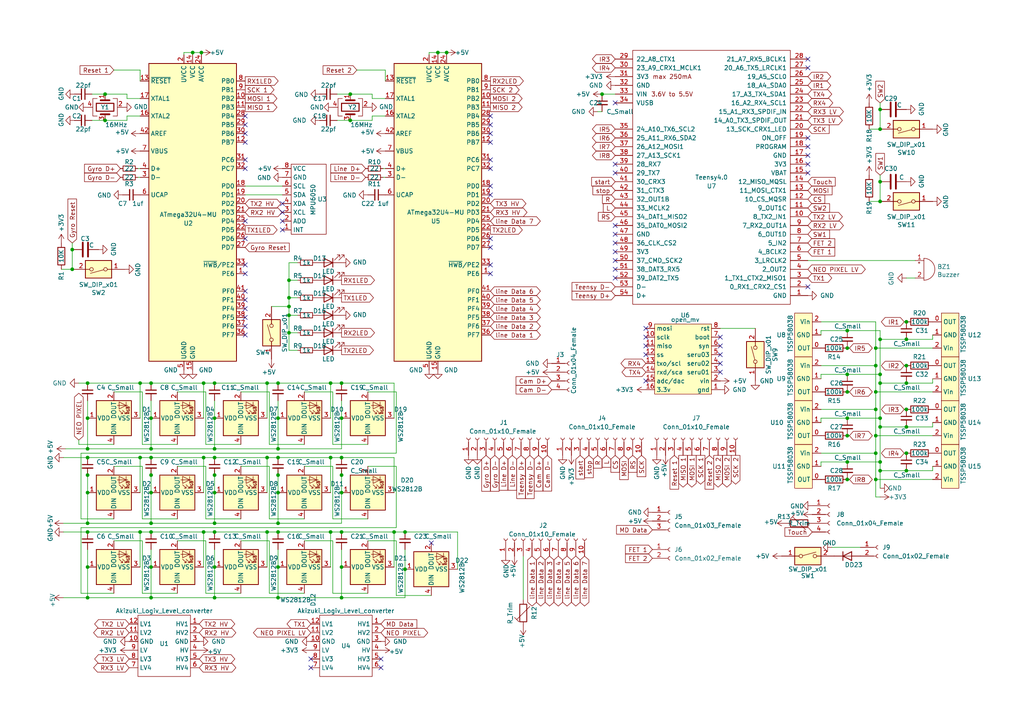
<source format=kicad_sch>
(kicad_sch (version 20211123) (generator eeschema)
  (paper "A4")
  (title_block (title "2022 Late Main Board Teensy ") (company "Munachu_Artemis "))
  (junction (at 254 113.665))
  (junction (at 77.47 111.125))
  (junction (at 40.64 111.125))
  (junction (at 62.23 142.875))
  (junction (at 80.645 111.125))
  (junction (at 43.815 142.875))
  (junction (at 255.27 123.825))
  (junction (at 262.89 131.445))
  (junction (at 25.4 137.795))
  (junction (at 262.89 118.745))
  (junction (at 80.645 142.875))
  (junction (at 25.4 121.285))
  (junction (at 99.06 132.715))
  (junction (at 83.82 91.44))
  (junction (at 255.27 121.285))
  (junction (at 83.82 81.28))
  (junction (at 43.815 151.765))
  (junction (at 262.89 98.425))
  (junction (at 55.88 15.24))
  (junction (at 43.815 137.795))
  (junction (at 62.23 137.795))
  (junction (at 25.4 164.465))
  (junction (at 245.745 133.985))
  (junction (at 254 106.045))
  (junction (at 101.6 27.305))
  (junction (at 245.745 108.585))
  (junction (at 58.42 15.24))
  (junction (at 43.815 121.285))
  (junction (at 95.885 154.305))
  (junction (at 117.475 154.305))
  (junction (at 40.64 132.715))
  (junction (at 30.48 27.305))
  (junction (at 99.06 111.125))
  (junction (at 95.885 111.125))
  (junction (at 80.645 154.305))
  (junction (at 59.055 111.125))
  (junction (at 99.06 173.355))
  (junction (at 262.89 106.045))
  (junction (at 20.955 78.105))
  (junction (at 80.645 130.175))
  (junction (at 43.815 130.175))
  (junction (at 83.82 86.36))
  (junction (at 245.745 121.285))
  (junction (at 255.27 98.425))
  (junction (at 254 131.445))
  (junction (at 25.4 142.875))
  (junction (at 43.815 164.465))
  (junction (at 255.27 52.705))
  (junction (at 25.4 130.175))
  (junction (at 80.645 121.285))
  (junction (at 99.06 137.795))
  (junction (at 59.055 154.305))
  (junction (at 254 139.065))
  (junction (at 99.06 142.875))
  (junction (at 43.815 132.715))
  (junction (at 80.645 151.765))
  (junction (at 62.23 132.715))
  (junction (at 43.815 111.125))
  (junction (at 255.27 37.465))
  (junction (at 25.4 132.715))
  (junction (at 25.4 154.305))
  (junction (at 262.89 123.825))
  (junction (at 83.82 96.52))
  (junction (at 59.055 132.715))
  (junction (at 255.27 108.585))
  (junction (at 262.89 93.345))
  (junction (at 127 15.24))
  (junction (at 30.48 34.925))
  (junction (at 20.955 72.39))
  (junction (at 83.82 88.9))
  (junction (at 99.06 164.465))
  (junction (at 43.815 173.355))
  (junction (at 62.23 164.465))
  (junction (at 245.745 100.965))
  (junction (at 25.4 111.125))
  (junction (at 99.06 154.305))
  (junction (at 255.27 133.985))
  (junction (at 80.645 173.355))
  (junction (at 77.47 154.305))
  (junction (at 245.745 126.365))
  (junction (at 95.885 132.715))
  (junction (at 62.23 121.285))
  (junction (at 262.89 111.125))
  (junction (at 62.23 111.125))
  (junction (at 99.06 121.285))
  (junction (at 62.23 173.355))
  (junction (at 40.64 154.305))
  (junction (at 255.27 31.75))
  (junction (at 80.645 132.715))
  (junction (at 62.23 151.765))
  (junction (at 254 100.965))
  (junction (at 80.645 137.795))
  (junction (at 254 126.365))
  (junction (at 43.815 154.305))
  (junction (at 245.745 113.665))
  (junction (at 77.47 132.715))
  (junction (at 174.625 27.305))
  (junction (at 101.6 34.925))
  (junction (at 255.27 136.525))
  (junction (at 245.745 95.885))
  (junction (at 245.745 139.065))
  (junction (at 262.89 136.525))
  (junction (at 25.4 173.355))
  (junction (at 255.27 58.42))
  (junction (at 80.645 164.465))
  (junction (at 255.27 111.125))
  (junction (at 114.3 154.305))
  (junction (at 254 118.745))
  (junction (at 62.23 130.175))
  (junction (at 25.4 151.765))
  (junction (at 117.475 165.1))
  (junction (at 62.23 154.305))
  (junction (at 129.54 15.24))
  (no_connect (at 71.12 64.135))
  (no_connect (at 125.095 157.48))
  (no_connect (at 142.24 76.835))
  (no_connect (at 71.12 76.835))
  (no_connect (at 71.12 92.075))
  (no_connect (at 71.12 84.455))
  (no_connect (at 142.24 46.355))
  (no_connect (at 142.24 53.975))
  (no_connect (at 142.24 38.735))
  (no_connect (at 142.24 36.195))
  (no_connect (at 142.24 56.515))
  (no_connect (at 71.12 48.895))
  (no_connect (at 71.12 46.355))
  (no_connect (at 71.12 36.195))
  (no_connect (at 71.12 38.735))
  (no_connect (at 71.12 41.275))
  (no_connect (at 71.12 94.615))
  (no_connect (at 234.315 83.185))
  (no_connect (at 142.24 48.895))
  (no_connect (at 142.24 41.275))
  (no_connect (at 81.915 66.675))
  (no_connect (at 81.915 59.055))
  (no_connect (at 81.915 61.595))
  (no_connect (at 81.915 64.135))
  (no_connect (at 234.315 40.005))
  (no_connect (at 234.315 45.085))
  (no_connect (at 234.315 42.545))
  (no_connect (at 234.315 47.625))
  (no_connect (at 234.315 50.165))
  (no_connect (at 71.12 33.655))
  (no_connect (at 142.24 69.215))
  (no_connect (at 178.435 50.165))
  (no_connect (at 178.435 47.625))
  (no_connect (at 178.435 29.845))
  (no_connect (at 178.435 75.565))
  (no_connect (at 178.435 78.105))
  (no_connect (at 178.435 80.645))
  (no_connect (at 178.435 65.405))
  (no_connect (at 178.435 73.025))
  (no_connect (at 178.435 67.945))
  (no_connect (at 178.435 70.485))
  (no_connect (at 71.12 89.535))
  (no_connect (at 234.315 19.685))
  (no_connect (at 234.315 17.145))
  (no_connect (at 71.12 79.375))
  (no_connect (at 208.915 102.87))
  (no_connect (at 208.915 97.79))
  (no_connect (at 208.915 100.33))
  (no_connect (at 187.325 100.33))
  (no_connect (at 187.325 97.79))
  (no_connect (at 187.325 102.87))
  (no_connect (at 187.325 95.25))
  (no_connect (at 187.325 110.49))
  (no_connect (at 208.915 105.41))
  (no_connect (at 208.915 107.95))
  (no_connect (at 142.24 71.755))
  (no_connect (at 142.24 79.375))
  (no_connect (at 90.17 191.135))
  (no_connect (at 90.17 193.675))
  (no_connect (at 110.49 191.135))
  (no_connect (at 110.49 193.675))
  (no_connect (at 71.12 69.215))
  (no_connect (at 71.12 97.155))
  (no_connect (at 142.24 33.655))
  (no_connect (at 71.12 86.995))
  (wire (pts (xy 262.255 106.045) (xy 262.89 106.045)))
  (wire (pts (xy 58.42 15.24) (xy 55.88 15.24)))
  (wire (pts (xy 270.51 109.855) (xy 270.51 111.125)))
  (wire (pts (xy 114.3 121.285) (xy 114.3 111.125)))
  (wire (pts (xy 71.12 53.975) (xy 81.915 53.975)))
  (wire (pts (xy 43.815 173.355) (xy 62.23 173.355)))
  (wire (pts (xy 124.46 15.24) (xy 127 15.24)))
  (wire (pts (xy 40.64 132.715) (xy 43.815 132.715)))
  (wire (pts (xy 25.4 137.795) (xy 25.4 142.875)))
  (wire (pts (xy 107.95 34.925) (xy 107.95 33.655)))
  (wire (pts (xy 41.275 156.845) (xy 33.02 156.845)))
  (wire (pts (xy 25.4 151.765) (xy 43.815 151.765)))
  (wire (pts (xy 62.23 173.355) (xy 80.645 173.355)))
  (wire (pts (xy 80.645 159.385) (xy 80.645 164.465)))
  (wire (pts (xy 107.95 28.575) (xy 111.76 28.575)))
  (wire (pts (xy 80.645 121.285) (xy 80.645 130.175)))
  (wire (pts (xy 254 113.665) (xy 270.51 113.665)))
  (wire (pts (xy 99.06 151.765) (xy 99.06 142.875)))
  (wire (pts (xy 59.69 156.845) (xy 51.435 156.845)))
  (wire (pts (xy 40.64 48.895) (xy 40.005 48.895)))
  (wire (pts (xy 99.06 173.355) (xy 117.475 173.355)))
  (wire (pts (xy 99.06 132.715) (xy 114.3 132.715)))
  (wire (pts (xy 40.64 111.125) (xy 43.815 111.125)))
  (wire (pts (xy 59.69 150.495) (xy 69.85 150.495)))
  (wire (pts (xy 59.055 111.125) (xy 59.055 121.285)))
  (wire (pts (xy 99.06 116.205) (xy 99.06 121.285)))
  (wire (pts (xy 262.89 98.425) (xy 270.51 98.425)))
  (wire (pts (xy 80.645 130.175) (xy 99.06 130.175)))
  (wire (pts (xy 80.645 132.715) (xy 95.885 132.715)))
  (wire (pts (xy 22.86 111.125) (xy 25.4 111.125)))
  (wire (pts (xy 19.05 130.175) (xy 25.4 130.175)))
  (wire (pts (xy 22.86 127.635) (xy 22.86 128.905)))
  (wire (pts (xy 20.955 78.105) (xy 20.955 72.39)))
  (wire (pts (xy 254 126.365) (xy 270.51 126.365)))
  (wire (pts (xy 40.64 51.435) (xy 40.005 51.435)))
  (wire (pts (xy 208.915 95.25) (xy 219.075 95.25)))
  (wire (pts (xy 132.715 154.305) (xy 132.715 165.1)))
  (wire (pts (xy 77.47 111.125) (xy 77.47 121.285)))
  (wire (pts (xy 77.47 154.305) (xy 77.47 164.465)))
  (wire (pts (xy 43.815 136.525) (xy 43.815 137.795)))
  (wire (pts (xy 96.52 150.495) (xy 106.68 150.495)))
  (wire (pts (xy 41.275 113.665) (xy 41.275 128.905)))
  (wire (pts (xy 83.82 86.36) (xy 83.82 88.9)))
  (wire (pts (xy 80.645 136.525) (xy 80.645 137.795)))
  (wire (pts (xy 41.275 128.905) (xy 51.435 128.905)))
  (wire (pts (xy 238.125 131.445) (xy 254 131.445)))
  (wire (pts (xy 114.3 154.305) (xy 117.475 154.305)))
  (wire (pts (xy 43.815 151.765) (xy 62.23 151.765)))
  (wire (pts (xy 59.69 135.255) (xy 59.69 150.495)))
  (wire (pts (xy 80.645 154.305) (xy 95.885 154.305)))
  (wire (pts (xy 83.82 88.9) (xy 83.82 91.44)))
  (wire (pts (xy 114.935 172.72) (xy 125.095 172.72)))
  (wire (pts (xy 83.82 86.36) (xy 86.36 86.36)))
  (wire (pts (xy 62.23 130.175) (xy 80.645 130.175)))
  (wire (pts (xy 78.105 156.845) (xy 78.105 172.085)))
  (wire (pts (xy 252.095 37.465) (xy 255.27 37.465)))
  (wire (pts (xy 262.255 118.745) (xy 262.89 118.745)))
  (wire (pts (xy 23.495 131.445) (xy 23.495 150.495)))
  (wire (pts (xy 62.23 154.305) (xy 77.47 154.305)))
  (wire (pts (xy 245.745 108.585) (xy 255.27 108.585)))
  (wire (pts (xy 254 131.445) (xy 254 139.065)))
  (wire (pts (xy 69.85 113.665) (xy 78.105 113.665)))
  (wire (pts (xy 36.83 33.655) (xy 40.64 33.655)))
  (wire (pts (xy 114.935 135.255) (xy 114.935 153.035)))
  (wire (pts (xy 41.275 156.845) (xy 41.275 172.085)))
  (wire (pts (xy 78.105 128.905) (xy 88.265 128.905)))
  (wire (pts (xy 107.95 27.305) (xy 107.95 28.575)))
  (wire (pts (xy 255.27 133.985) (xy 255.27 136.525)))
  (wire (pts (xy 40.64 111.125) (xy 40.64 121.285)))
  (wire (pts (xy 59.69 156.845) (xy 59.69 172.085)))
  (wire (pts (xy 18.415 154.305) (xy 25.4 154.305)))
  (wire (pts (xy 254 106.045) (xy 254 113.665)))
  (wire (pts (xy 78.74 88.9) (xy 83.82 88.9)))
  (wire (pts (xy 78.105 172.085) (xy 88.265 172.085)))
  (wire (pts (xy 36.83 34.925) (xy 36.83 33.655)))
  (wire (pts (xy 59.055 132.715) (xy 59.055 142.875)))
  (wire (pts (xy 83.82 76.2) (xy 83.82 81.28)))
  (wire (pts (xy 254 100.965) (xy 270.51 100.965)))
  (wire (pts (xy 254 93.345) (xy 254 100.965)))
  (wire (pts (xy 255.27 111.125) (xy 255.27 121.285)))
  (wire (pts (xy 55.88 15.24) (xy 55.88 15.875)))
  (wire (pts (xy 41.275 172.085) (xy 51.435 172.085)))
  (wire (pts (xy 62.23 137.795) (xy 62.23 142.875)))
  (wire (pts (xy 254 144.145) (xy 254 139.065)))
  (wire (pts (xy 23.495 150.495) (xy 33.02 150.495)))
  (wire (pts (xy 255.27 136.525) (xy 262.89 136.525)))
  (wire (pts (xy 62.23 132.715) (xy 77.47 132.715)))
  (wire (pts (xy 95.885 154.305) (xy 99.06 154.305)))
  (wire (pts (xy 238.125 109.855) (xy 238.125 108.585)))
  (wire (pts (xy 270.51 135.255) (xy 270.51 136.525)))
  (wire (pts (xy 99.06 159.385) (xy 99.06 164.465)))
  (wire (pts (xy 41.275 150.495) (xy 51.435 150.495)))
  (wire (pts (xy 43.815 121.285) (xy 43.815 130.175)))
  (wire (pts (xy 30.48 27.305) (xy 26.67 27.305)))
  (wire (pts (xy 62.23 142.875) (xy 62.23 151.765)))
  (wire (pts (xy 53.34 15.24) (xy 55.88 15.24)))
  (wire (pts (xy 262.255 93.345) (xy 262.89 93.345)))
  (wire (pts (xy 255.27 111.125) (xy 262.89 111.125)))
  (wire (pts (xy 69.85 135.255) (xy 78.105 135.255)))
  (wire (pts (xy 59.055 132.715) (xy 62.23 132.715)))
  (wire (pts (xy 151.765 173.99) (xy 151.765 161.29)))
  (wire (pts (xy 254 100.965) (xy 254 106.045)))
  (wire (pts (xy 77.47 132.715) (xy 80.645 132.715)))
  (wire (pts (xy 43.815 164.465) (xy 43.815 173.355)))
  (wire (pts (xy 254 139.065) (xy 270.51 139.065)))
  (wire (pts (xy 40.64 154.305) (xy 43.815 154.305)))
  (wire (pts (xy 25.4 111.125) (xy 40.64 111.125)))
  (wire (pts (xy 95.885 111.125) (xy 99.06 111.125)))
  (wire (pts (xy 25.4 154.305) (xy 40.64 154.305)))
  (wire (pts (xy 59.055 154.305) (xy 59.055 164.465)))
  (wire (pts (xy 33.02 135.255) (xy 41.275 135.255)))
  (wire (pts (xy 62.23 116.205) (xy 62.23 121.285)))
  (wire (pts (xy 254 118.745) (xy 254 126.365)))
  (wire (pts (xy 41.275 135.255) (xy 41.275 150.495)))
  (wire (pts (xy 23.495 172.085) (xy 33.02 172.085)))
  (wire (pts (xy 51.435 135.255) (xy 59.69 135.255)))
  (wire (pts (xy 117.475 173.355) (xy 117.475 165.1)))
  (wire (pts (xy 255.27 121.285) (xy 255.27 123.825)))
  (wire (pts (xy 40.64 132.715) (xy 40.64 142.875)))
  (wire (pts (xy 254 113.665) (xy 254 118.745)))
  (wire (pts (xy 246.38 113.665) (xy 245.745 113.665)))
  (wire (pts (xy 43.815 116.205) (xy 43.815 121.285)))
  (wire (pts (xy 245.745 133.985) (xy 255.27 133.985)))
  (wire (pts (xy 83.82 81.28) (xy 83.82 86.36)))
  (wire (pts (xy 101.6 27.305) (xy 107.95 27.305)))
  (wire (pts (xy 25.4 116.205) (xy 25.4 121.285)))
  (wire (pts (xy 262.89 80.645) (xy 265.43 80.645)))
  (wire (pts (xy 58.42 15.875) (xy 58.42 15.24)))
  (wire (pts (xy 270.51 123.825) (xy 270.51 122.555)))
  (wire (pts (xy 255.27 98.425) (xy 255.27 108.585)))
  (wire (pts (xy 106.68 113.665) (xy 114.935 113.665)))
  (wire (pts (xy 43.815 132.715) (xy 59.055 132.715)))
  (wire (pts (xy 36.83 28.575) (xy 40.64 28.575)))
  (wire (pts (xy 23.495 153.035) (xy 114.935 153.035)))
  (wire (pts (xy 107.95 33.655) (xy 111.76 33.655)))
  (wire (pts (xy 238.125 93.345) (xy 254 93.345)))
  (wire (pts (xy 59.69 128.905) (xy 69.85 128.905)))
  (wire (pts (xy 80.645 151.765) (xy 99.06 151.765)))
  (wire (pts (xy 99.06 154.305) (xy 114.3 154.305)))
  (wire (pts (xy 114.935 156.845) (xy 106.68 156.845)))
  (wire (pts (xy 30.48 34.925) (xy 26.67 34.925)))
  (wire (pts (xy 83.82 96.52) (xy 83.82 101.6)))
  (wire (pts (xy 77.47 132.715) (xy 77.47 142.875)))
  (wire (pts (xy 43.815 142.875) (xy 43.815 151.765)))
  (wire (pts (xy 246.38 100.965) (xy 245.745 100.965)))
  (wire (pts (xy 40.64 20.32) (xy 33.02 20.32)))
  (wire (pts (xy 78.105 150.495) (xy 88.265 150.495)))
  (wire (pts (xy 255.27 123.825) (xy 255.27 133.985)))
  (wire (pts (xy 83.82 91.44) (xy 86.36 91.44)))
  (wire (pts (xy 96.52 113.665) (xy 96.52 128.905)))
  (wire (pts (xy 80.645 173.355) (xy 99.06 173.355)))
  (wire (pts (xy 43.815 154.305) (xy 59.055 154.305)))
  (wire (pts (xy 83.82 76.2) (xy 86.36 76.2)))
  (wire (pts (xy 62.23 151.765) (xy 80.645 151.765)))
  (wire (pts (xy 238.125 121.285) (xy 245.745 121.285)))
  (wire (pts (xy 262.89 111.125) (xy 270.51 111.125)))
  (wire (pts (xy 127 15.24) (xy 129.54 15.24)))
  (wire (pts (xy 20.955 70.485) (xy 20.955 72.39)))
  (wire (pts (xy 62.23 111.125) (xy 77.47 111.125)))
  (wire (pts (xy 53.34 15.875) (xy 53.34 15.24)))
  (wire (pts (xy 78.105 135.255) (xy 78.105 150.495)))
  (wire (pts (xy 22.86 128.905) (xy 33.02 128.905)))
  (wire (pts (xy 59.69 172.085) (xy 69.85 172.085)))
  (wire (pts (xy 241.3 158.75) (xy 249.555 158.75)))
  (wire (pts (xy 246.38 126.365) (xy 245.745 126.365)))
  (wire (pts (xy 96.52 156.845) (xy 88.265 156.845)))
  (wire (pts (xy 25.4 130.175) (xy 43.815 130.175)))
  (wire (pts (xy 33.02 113.665) (xy 41.275 113.665)))
  (wire (pts (xy 59.055 111.125) (xy 62.23 111.125)))
  (wire (pts (xy 238.125 106.045) (xy 254 106.045)))
  (wire (pts (xy 99.06 130.175) (xy 99.06 121.285)))
  (wire (pts (xy 25.4 121.285) (xy 25.4 130.175)))
  (wire (pts (xy 99.06 136.525) (xy 99.06 137.795)))
  (wire (pts (xy 124.46 15.24) (xy 124.46 15.875)))
  (wire (pts (xy 78.105 156.845) (xy 69.85 156.845)))
  (wire (pts (xy 114.935 131.445) (xy 23.495 131.445)))
  (wire (pts (xy 270.51 98.425) (xy 270.51 97.155)))
  (wire (pts (xy 83.82 101.6) (xy 86.36 101.6)))
  (wire (pts (xy 173.355 32.385) (xy 174.625 32.385)))
  (wire (pts (xy 255.27 98.425) (xy 262.89 98.425)))
  (wire (pts (xy 238.125 95.885) (xy 238.125 97.155)))
  (wire (pts (xy 62.23 136.525) (xy 62.23 137.795)))
  (wire (pts (xy 71.12 56.515) (xy 81.915 56.515)))
  (wire (pts (xy 88.265 113.665) (xy 96.52 113.665)))
  (wire (pts (xy 254 126.365) (xy 254 131.445)))
  (wire (pts (xy 255.27 144.145) (xy 254 144.145)))
  (wire (pts (xy 106.68 135.255) (xy 114.935 135.255)))
  (wire (pts (xy 174.625 27.305) (xy 178.435 27.305)))
  (wire (pts (xy 255.27 108.585) (xy 255.27 111.125)))
  (wire (pts (xy 83.82 81.28) (xy 86.36 81.28)))
  (wire (pts (xy 114.3 154.305) (xy 114.3 164.465)))
  (wire (pts (xy 99.06 111.125) (xy 114.3 111.125)))
  (wire (pts (xy 255.27 136.525) (xy 255.27 141.605)))
  (wire (pts (xy 255.27 123.825) (xy 262.89 123.825)))
  (wire (pts (xy 96.52 135.255) (xy 96.52 150.495)))
  (wire (pts (xy 83.82 91.44) (xy 83.82 96.52)))
  (wire (pts (xy 59.055 154.305) (xy 62.23 154.305)))
  (wire (pts (xy 23.495 153.035) (xy 23.495 172.085)))
  (wire (pts (xy 59.69 113.665) (xy 59.69 128.905)))
  (wire (pts (xy 255.27 58.42) (xy 255.27 52.705)))
  (wire (pts (xy 25.4 136.525) (xy 25.4 137.795)))
  (wire (pts (xy 238.125 135.255) (xy 238.125 133.985)))
  (wire (pts (xy 51.435 113.665) (xy 59.69 113.665)))
  (wire (pts (xy 99.06 137.795) (xy 99.06 142.875)))
  (wire (pts (xy 96.52 156.845) (xy 96.52 172.085)))
  (wire (pts (xy 255.27 29.845) (xy 255.27 31.75)))
  (wire (pts (xy 80.645 142.875) (xy 80.645 151.765)))
  (wire (pts (xy 43.815 137.795) (xy 43.815 142.875)))
  (wire (pts (xy 262.255 131.445) (xy 262.89 131.445)))
  (wire (pts (xy 127 15.24) (xy 127 15.875)))
  (wire (pts (xy 30.48 27.305) (xy 36.83 27.305)))
  (wire (pts (xy 238.125 133.985) (xy 245.745 133.985)))
  (wire (pts (xy 80.645 111.125) (xy 95.885 111.125)))
  (wire (pts (xy 252.095 58.42) (xy 255.27 58.42)))
  (wire (pts (xy 101.6 34.925) (xy 107.95 34.925)))
  (wire (pts (xy 111.125 51.435) (xy 111.76 51.435)))
  (wire (pts (xy 77.47 154.305) (xy 80.645 154.305)))
  (wire (pts (xy 114.935 156.845) (xy 114.935 172.72)))
  (wire (pts (xy 129.54 15.24) (xy 129.54 15.875)))
  (wire (pts (xy 25.4 132.715) (xy 40.64 132.715)))
  (wire (pts (xy 62.23 159.385) (xy 62.23 164.465)))
  (wire (pts (xy 80.645 137.795) (xy 80.645 142.875)))
  (wire (pts (xy 95.885 111.125) (xy 95.885 121.285)))
  (wire (pts (xy 25.4 142.875) (xy 25.4 151.765)))
  (wire (pts (xy 77.47 111.125) (xy 80.645 111.125)))
  (wire (pts (xy 234.315 75.565) (xy 265.43 75.565)))
  (wire (pts (xy 95.885 154.305) (xy 95.885 164.465)))
  (wire (pts (xy 43.815 159.385) (xy 43.815 164.465)))
  (wire (pts (xy 245.745 95.885) (xy 238.125 95.885)))
  (wire (pts (xy 40.64 20.32) (xy 40.64 23.495)))
  (wire (pts (xy 99.06 173.355) (xy 99.06 164.465)))
  (wire (pts (xy 43.815 130.175) (xy 62.23 130.175)))
  (wire (pts (xy 114.935 113.665) (xy 114.935 131.445)))
  (wire (pts (xy 238.125 118.745) (xy 254 118.745)))
  (wire (pts (xy 111.76 20.32) (xy 103.505 20.32)))
  (wire (pts (xy 25.4 159.385) (xy 25.4 164.465)))
  (wire (pts (xy 43.815 111.125) (xy 59.055 111.125)))
  (wire (pts (xy 246.38 139.065) (xy 245.745 139.065)))
  (wire (pts (xy 25.4 173.355) (xy 43.815 173.355)))
  (wire (pts (xy 270.51 136.525) (xy 262.89 136.525)))
  (wire (pts (xy 262.89 123.825) (xy 270.51 123.825)))
  (wire (pts (xy 18.415 173.355) (xy 25.4 173.355)))
  (wire (pts (xy 111.125 48.895) (xy 111.76 48.895)))
  (wire (pts (xy 101.6 27.305) (xy 97.79 27.305)))
  (wire (pts (xy 83.82 96.52) (xy 86.36 96.52)))
  (wire (pts (xy 80.645 164.465) (xy 80.645 173.355)))
  (wire (pts (xy 88.265 135.255) (xy 96.52 135.255)))
  (wire (pts (xy 117.475 159.385) (xy 117.475 165.1)))
  (wire (pts (xy 111.76 20.32) (xy 111.76 23.495)))
  (wire (pts (xy 17.78 78.105) (xy 20.955 78.105)))
  (wire (pts (xy 95.885 132.715) (xy 99.06 132.715)))
  (wire (pts (xy 117.475 154.305) (xy 132.715 154.305)))
  (wire (pts (xy 96.52 128.905) (xy 106.68 128.905)))
  (wire (pts (xy 238.125 108.585) (xy 245.745 108.585)))
  (wire (pts (xy 255.27 95.885) (xy 255.27 98.425)))
  (wire (pts (xy 62.23 164.465) (xy 62.23 173.355)))
  (wire (pts (xy 238.125 122.555) (xy 238.125 121.285)))
  (wire (pts (xy 36.83 27.305) (xy 36.83 28.575)))
  (wire (pts (xy 255.27 37.465) (xy 255.27 31.75)))
  (wire (pts (xy 30.48 34.925) (xy 36.83 34.925)))
  (wire (pts (xy 62.23 121.285) (xy 62.23 130.175)))
  (wire (pts (xy 245.745 121.285) (xy 255.27 121.285)))
  (wire (pts (xy 95.885 132.715) (xy 95.885 142.875)))
  (wire (pts (xy 114.3 132.715) (xy 114.3 142.875)))
  (wire (pts (xy 80.645 116.205) (xy 80.645 121.285)))
  (wire (pts (xy 78.105 113.665) (xy 78.105 128.905)))
  (wire (pts (xy 245.745 95.885) (xy 255.27 95.885)))
  (wire (pts (xy 40.64 154.305) (xy 40.64 164.465)))
  (wire (pts (xy 101.6 34.925) (xy 97.79 34.925)))
  (wire (pts (xy 96.52 172.085) (xy 106.68 172.085)))
  (wire (pts (xy 18.415 132.715) (xy 25.4 132.715)))
  (wire (pts (xy 18.415 151.765) (xy 25.4 151.765)))
  (wire (pts (xy 255.27 50.8) (xy 255.27 52.705)))
  (wire (pts (xy 25.4 164.465) (xy 25.4 173.355)))
  (global_label "start" (shape input) (at 178.435 52.705 180) (property "Intersheet References" "${INTERSHEET_REFS}" (effects hide)))
  (global_label "Cam D-" (shape input) (at 160.02 113.03 180) (property "Intersheet References" "${INTERSHEET_REFS}" (effects hide)))
  (global_label "Reset 2" (shape input) (at 205.74 132.08 270) (property "Intersheet References" "${INTERSHEET_REFS}" (effects hide)))
  (global_label "stop" (shape input) (at 178.435 55.245 180) (property "Intersheet References" "${INTERSHEET_REFS}" (effects hide)))
  (global_label "FET 1" (shape input) (at 189.23 159.385 180) (property "Intersheet References" "${INTERSHEET_REFS}" (effects hide)))
  (global_label "line Data 2" (shape bidirectional) (at 156.845 161.29 270) (property "Intersheet References" "${INTERSHEET_REFS}" (effects hide)))
  (global_label "SW2" (shape input) (at 234.315 60.325 0) (property "Intersheet References" "${INTERSHEET_REFS}" (effects hide)))
  (global_label "Teensy D+" (shape input) (at 178.435 85.725 180) (property "Intersheet References" "${INTERSHEET_REFS}" (effects hide)))
  (global_label "IR8" (shape bidirectional) (at 178.435 45.085 180) (property "Intersheet References" "${INTERSHEET_REFS}" (effects hide)))
  (global_label "RX2 HV" (shape bidirectional) (at 57.785 183.515 0) (property "Intersheet References" "${INTERSHEET_REFS}" (effects hide)))
  (global_label "line Data 4" (shape bidirectional) (at 142.24 89.535 0) (property "Intersheet References" "${INTERSHEET_REFS}" (effects hide)))
  (global_label "FET 1" (shape input) (at 234.315 73.025 0) (property "Intersheet References" "${INTERSHEET_REFS}" (effects hide)))
  (global_label "MISO 1" (shape output) (at 71.12 31.115 0) (property "Intersheet References" "${INTERSHEET_REFS}" (effects hide)))
  (global_label "SCK 2" (shape output) (at 142.24 26.035 0) (property "Intersheet References" "${INTERSHEET_REFS}" (effects hide)))
  (global_label "Reset 1" (shape input) (at 33.02 20.32 180) (property "Intersheet References" "${INTERSHEET_REFS}" (effects hide)))
  (global_label "TX4" (shape bidirectional) (at 234.315 27.305 0) (property "Intersheet References" "${INTERSHEET_REFS}" (effects hide)))
  (global_label "Line D+" (shape input) (at 146.05 132.08 270) (property "Intersheet References" "${INTERSHEET_REFS}" (effects hide)))
  (global_label "TX3 LV" (shape bidirectional) (at 234.315 34.925 0) (property "Intersheet References" "${INTERSHEET_REFS}" (effects hide)))
  (global_label "Teensy D-" (shape input) (at 153.67 132.08 270) (property "Intersheet References" "${INTERSHEET_REFS}" (effects hide)))
  (global_label "line Data 5" (shape bidirectional) (at 164.465 161.29 270) (property "Intersheet References" "${INTERSHEET_REFS}" (effects hide)))
  (global_label "Line D-" (shape input) (at 148.59 132.08 270) (property "Intersheet References" "${INTERSHEET_REFS}" (effects hide)))
  (global_label "TX2LED" (shape output) (at 142.24 66.675 0) (property "Intersheet References" "${INTERSHEET_REFS}" (effects hide)))
  (global_label "TX1LED" (shape output) (at 99.06 86.36 0) (property "Intersheet References" "${INTERSHEET_REFS}" (effects hide)))
  (global_label "R" (shape input) (at 178.435 57.785 180) (property "Intersheet References" "${INTERSHEET_REFS}" (effects hide)))
  (global_label "RX3 LV" (shape bidirectional) (at 234.315 32.385 0) (property "Intersheet References" "${INTERSHEET_REFS}" (effects hide)))
  (global_label "SCK" (shape input) (at 186.055 132.08 270) (property "Intersheet References" "${INTERSHEET_REFS}" (effects hide)))
  (global_label "IR3" (shape bidirectional) (at 178.435 17.145 180) (property "Intersheet References" "${INTERSHEET_REFS}" (effects hide)))
  (global_label "RX4" (shape bidirectional) (at 234.315 29.845 0) (property "Intersheet References" "${INTERSHEET_REFS}" (effects hide)))
  (global_label "IR4" (shape bidirectional) (at 262.255 131.445 180) (property "Intersheet References" "${INTERSHEET_REFS}" (effects hide)))
  (global_label "Gyro Reset" (shape input) (at 71.12 71.755 0) (property "Intersheet References" "${INTERSHEET_REFS}" (effects hide)))
  (global_label "SCK 2" (shape output) (at 213.36 132.08 270) (property "Intersheet References" "${INTERSHEET_REFS}" (effects hide)))
  (global_label "TX3 HV" (shape bidirectional) (at 57.785 191.135 0) (property "Intersheet References" "${INTERSHEET_REFS}" (effects hide)))
  (global_label "RX2LED" (shape output) (at 99.06 96.52 0) (property "Intersheet References" "${INTERSHEET_REFS}" (effects hide)))
  (global_label "Gyro D-" (shape input) (at 34.925 51.435 180) (property "Intersheet References" "${INTERSHEET_REFS}" (effects hide)))
  (global_label "SW1" (shape input) (at 255.27 50.8 90) (property "Intersheet References" "${INTERSHEET_REFS}" (effects hide)))
  (global_label "MOSI 1" (shape output) (at 71.12 28.575 0) (property "Intersheet References" "${INTERSHEET_REFS}" (effects hide)))
  (global_label "RX2 LV" (shape bidirectional) (at 234.315 65.405 0) (property "Intersheet References" "${INTERSHEET_REFS}" (effects hide)))
  (global_label "IR5" (shape bidirectional) (at 178.435 37.465 180) (property "Intersheet References" "${INTERSHEET_REFS}" (effects hide)))
  (global_label "line Data 5" (shape bidirectional) (at 142.24 86.995 0) (property "Intersheet References" "${INTERSHEET_REFS}" (effects hide)))
  (global_label "NEO PIXEL LV" (shape bidirectional) (at 90.17 183.515 180) (property "Intersheet References" "${INTERSHEET_REFS}" (effects hide)))
  (global_label "MOSI 2" (shape output) (at 142.24 28.575 0) (property "Intersheet References" "${INTERSHEET_REFS}" (effects hide)))
  (global_label "TX1" (shape bidirectional) (at 234.315 80.645 0) (property "Intersheet References" "${INTERSHEET_REFS}" (effects hide)))
  (global_label "Cam D-" (shape input) (at 158.75 132.08 270) (property "Intersheet References" "${INTERSHEET_REFS}" (effects hide)))
  (global_label "IR5" (shape bidirectional) (at 246.38 100.965 0) (property "Intersheet References" "${INTERSHEET_REFS}" (effects hide)))
  (global_label "TX2 HV" (shape bidirectional) (at 57.785 180.975 0) (property "Intersheet References" "${INTERSHEET_REFS}" (effects hide)))
  (global_label "TX2 LV" (shape bidirectional) (at 234.315 62.865 0) (property "Intersheet References" "${INTERSHEET_REFS}" (effects hide)))
  (global_label "Gyro D+" (shape input) (at 34.925 48.895 180) (property "Intersheet References" "${INTERSHEET_REFS}" (effects hide)))
  (global_label "Teensy D-" (shape input) (at 178.435 83.185 180) (property "Intersheet References" "${INTERSHEET_REFS}" (effects hide)))
  (global_label "Reset 1" (shape input) (at 195.58 132.08 270) (property "Intersheet References" "${INTERSHEET_REFS}" (effects hide)))
  (global_label "FET 2" (shape input) (at 234.315 70.485 0) (property "Intersheet References" "${INTERSHEET_REFS}" (effects hide)))
  (global_label "TX1" (shape bidirectional) (at 90.17 180.975 180) (property "Intersheet References" "${INTERSHEET_REFS}" (effects hide)))
  (global_label "MD Data" (shape input) (at 110.49 180.975 0) (property "Intersheet References" "${INTERSHEET_REFS}" (effects hide)))
  (global_label "MOSI 2" (shape output) (at 210.82 132.08 270) (property "Intersheet References" "${INTERSHEET_REFS}" (effects hide)))
  (global_label "line Data 3" (shape bidirectional) (at 142.24 92.075 0) (property "Intersheet References" "${INTERSHEET_REFS}" (effects hide)))
  (global_label "MD Data" (shape input) (at 189.23 153.67 180) (property "Intersheet References" "${INTERSHEET_REFS}" (effects hide)))
  (global_label "FET 2" (shape input) (at 189.23 161.925 180) (property "Intersheet References" "${INTERSHEET_REFS}" (effects hide)))
  (global_label "line Data 6" (shape bidirectional) (at 167.005 161.29 270) (property "Intersheet References" "${INTERSHEET_REFS}" (effects hide)))
  (global_label "Reset 2" (shape input) (at 103.505 20.32 180) (property "Intersheet References" "${INTERSHEET_REFS}" (effects hide)))
  (global_label "RX1LED" (shape output) (at 71.12 23.495 0) (property "Intersheet References" "${INTERSHEET_REFS}" (effects hide)))
  (global_label "RX3 LV" (shape bidirectional) (at 37.465 193.675 180) (property "Intersheet References" "${INTERSHEET_REFS}" (effects hide)))
  (global_label "IR1" (shape bidirectional) (at 234.315 24.765 0) (property "Intersheet References" "${INTERSHEET_REFS}" (effects hide)))
  (global_label "TX2 HV" (shape bidirectional) (at 71.12 59.055 0) (property "Intersheet References" "${INTERSHEET_REFS}" (effects hide)))
  (global_label "line Data 7" (shape bidirectional) (at 169.545 161.29 270) (property "Intersheet References" "${INTERSHEET_REFS}" (effects hide)))
  (global_label "MISO 2" (shape output) (at 142.24 31.115 0) (property "Intersheet References" "${INTERSHEET_REFS}" (effects hide)))
  (global_label "RX1LED" (shape output) (at 99.06 81.28 0) (property "Intersheet References" "${INTERSHEET_REFS}" (effects hide)))
  (global_label "Cam D+" (shape input) (at 160.02 110.49 180) (property "Intersheet References" "${INTERSHEET_REFS}" (effects hide)))
  (global_label "IR8" (shape bidirectional) (at 246.38 139.065 0) (property "Intersheet References" "${INTERSHEET_REFS}" (effects hide)))
  (global_label "TX2 LV" (shape bidirectional) (at 37.465 180.975 180) (property "Intersheet References" "${INTERSHEET_REFS}" (effects hide)))
  (global_label "NEO PIXEL" (shape bidirectional) (at 110.49 183.515 0) (property "Intersheet References" "${INTERSHEET_REFS}" (effects hide)))
  (global_label "IR7" (shape bidirectional) (at 178.435 42.545 180) (property "Intersheet References" "${INTERSHEET_REFS}" (effects hide)))
  (global_label "IR4" (shape bidirectional) (at 178.435 19.685 180) (property "Intersheet References" "${INTERSHEET_REFS}" (effects hide)))
  (global_label "Cam D+" (shape input) (at 156.21 132.08 270) (property "Intersheet References" "${INTERSHEET_REFS}" (effects hide)))
  (global_label "SCK 1" (shape output) (at 203.2 132.08 270) (property "Intersheet References" "${INTERSHEET_REFS}" (effects hide)))
  (global_label "line Data 2" (shape bidirectional) (at 142.24 94.615 0) (property "Intersheet References" "${INTERSHEET_REFS}" (effects hide)))
  (global_label "MISO 1" (shape output) (at 198.12 132.08 270) (property "Intersheet References" "${INTERSHEET_REFS}" (effects hide)))
  (global_label "TX3 HV" (shape bidirectional) (at 142.24 59.055 0) (property "Intersheet References" "${INTERSHEET_REFS}" (effects hide)))
  (global_label "IR2" (shape bidirectional) (at 262.255 106.045 180) (property "Intersheet References" "${INTERSHEET_REFS}" (effects hide)))
  (global_label "IR2" (shape bidirectional) (at 234.315 22.225 0) (property "Intersheet References" "${INTERSHEET_REFS}" (effects hide)))
  (global_label "L" (shape input) (at 175.895 132.08 270) (property "Intersheet References" "${INTERSHEET_REFS}" (effects hide)))
  (global_label "RS" (shape input) (at 183.515 132.08 270) (property "Intersheet References" "${INTERSHEET_REFS}" (effects hide)))
  (global_label "Gyro Reset" (shape input) (at 20.955 70.485 90) (property "Intersheet References" "${INTERSHEET_REFS}" (effects hide)))
  (global_label "CS" (shape input) (at 234.315 57.785 0) (property "Intersheet References" "${INTERSHEET_REFS}" (effects hide)))
  (global_label "TX3 LV" (shape bidirectional) (at 37.465 191.135 180) (property "Intersheet References" "${INTERSHEET_REFS}" (effects hide)))
  (global_label "line Data 7" (shape bidirectional) (at 142.24 64.135 0) (property "Intersheet References" "${INTERSHEET_REFS}" (effects hide)))
  (global_label "line Data 1" (shape bidirectional) (at 154.305 161.29 270) (property "Intersheet References" "${INTERSHEET_REFS}" (effects hide)))
  (global_label "RS" (shape input) (at 178.435 62.865 180) (property "Intersheet References" "${INTERSHEET_REFS}" (effects hide)))
  (global_label "stop" (shape input) (at 170.815 132.08 270) (property "Intersheet References" "${INTERSHEET_REFS}" (effects hide)))
  (global_label "RX4" (shape bidirectional) (at 187.325 105.41 180) (property "Intersheet References" "${INTERSHEET_REFS}" (effects hide)))
  (global_label "CS" (shape input) (at 178.435 132.08 270) (property "Intersheet References" "${INTERSHEET_REFS}" (effects hide)))
  (global_label "RX2 LV" (shape bidirectional) (at 37.465 183.515 180) (property "Intersheet References" "${INTERSHEET_REFS}" (effects hide)))
  (global_label "L" (shape input) (at 178.435 60.325 180) (property "Intersheet References" "${INTERSHEET_REFS}" (effects hide)))
  (global_label "NEO PIXEL" (shape bidirectional) (at 22.86 127.635 90) (property "Intersheet References" "${INTERSHEET_REFS}" (effects hide)))
  (global_label "line Data 1" (shape bidirectional) (at 142.24 97.155 0) (property "Intersheet References" "${INTERSHEET_REFS}" (effects hide)))
  (global_label "RX3 HV" (shape bidirectional) (at 57.785 193.675 0) (property "Intersheet References" "${INTERSHEET_REFS}" (effects hide)))
  (global_label "line Data 4" (shape bidirectional) (at 161.925 161.29 270) (property "Intersheet References" "${INTERSHEET_REFS}" (effects hide)))
  (global_label "IR3" (shape bidirectional) (at 262.255 118.745 180) (property "Intersheet References" "${INTERSHEET_REFS}" (effects hide)))
  (global_label "IR1" (shape bidirectional) (at 262.255 93.345 180) (property "Intersheet References" "${INTERSHEET_REFS}" (effects hide)))
  (global_label "MOSI" (shape input) (at 180.975 132.08 270) (property "Intersheet References" "${INTERSHEET_REFS}" (effects hide)))
  (global_label "MISO 2" (shape output) (at 208.28 132.08 270) (property "Intersheet References" "${INTERSHEET_REFS}" (effects hide)))
  (global_label "MOSI" (shape input) (at 234.315 55.245 0) (property "Intersheet References" "${INTERSHEET_REFS}" (effects hide)))
  (global_label "SW1" (shape input) (at 234.315 67.945 0) (property "Intersheet References" "${INTERSHEET_REFS}" (effects hide)))
  (global_label "Gyro D+" (shape input) (at 140.97 132.08 270) (property "Intersheet References" "${INTERSHEET_REFS}" (effects hide)))
  (global_label "NEO PIXEL LV" (shape bidirectional) (at 234.315 78.105 0) (property "Intersheet References" "${INTERSHEET_REFS}" (effects hide)))
  (global_label "IR7" (shape bidirectional) (at 246.38 126.365 0) (property "Intersheet References" "${INTERSHEET_REFS}" (effects hide)))
  (global_label "Line D-" (shape input) (at 106.045 51.435 180) (property "Intersheet References" "${INTERSHEET_REFS}" (effects hide)))
  (global_label "RX2LED" (shape output) (at 142.24 23.495 0) (property "Intersheet References" "${INTERSHEET_REFS}" (effects hide)))
  (global_label "line Data 3" (shape bidirectional) (at 159.385 161.29 270) (property "Intersheet References" "${INTERSHEET_REFS}" (effects hide)))
  (global_label "SW2" (shape input) (at 255.27 29.845 90) (property "Intersheet References" "${INTERSHEET_REFS}" (effects hide)))
  (global_label "MOSI 1" (shape output) (at 200.66 132.08 270) (property "Intersheet References" "${INTERSHEET_REFS}" (effects hide)))
  (global_label "TX2LED" (shape output) (at 99.06 101.6 0) (property "Intersheet References" "${INTERSHEET_REFS}" (effects hide)))
  (global_label "IR6" (shape bidirectional) (at 246.38 113.665 0) (property "Intersheet References" "${INTERSHEET_REFS}" (effects hide)))
  (global_label "IR6" (shape bidirectional) (at 178.435 40.005 180) (property "Intersheet References" "${INTERSHEET_REFS}" (effects hide)))
  (global_label "Teensy D+" (shape input) (at 151.13 132.08 270) (property "Intersheet References" "${INTERSHEET_REFS}" (effects hide)))
  (global_label "TX4" (shape bidirectional) (at 187.325 107.95 180) (property "Intersheet References" "${INTERSHEET_REFS}" (effects hide)))
  (global_label "line Data 6" (shape bidirectional) (at 142.24 84.455 0) (property "Intersheet References" "${INTERSHEET_REFS}" (effects hide)))
  (global_label "R" (shape input) (at 173.355 132.08 270) (property "Intersheet References" "${INTERSHEET_REFS}" (effects hide)))
  (global_label "TX1LED" (shape output) (at 71.12 66.675 0) (property "Intersheet References" "${INTERSHEET_REFS}" (effects hide)))
  (global_label "Gyro D-" (shape input) (at 143.51 132.08 270) (property "Intersheet References" "${INTERSHEET_REFS}" (effects hide)))
  (global_label "Touch" (shape input) (at 235.585 154.305 180) (property "Intersheet References" "${INTERSHEET_REFS}" (effects hide)))
  (global_label "RX3 HV" (shape bidirectional) (at 142.24 61.595 0) (property "Intersheet References" "${INTERSHEET_REFS}" (effects hide)))
  (global_label "start" (shape input) (at 168.275 132.08 270) (property "Intersheet References" "${INTERSHEET_REFS}" (effects hide)))
  (global_label "RX2 HV" (shape bidirectional) (at 71.12 61.595 0) (property "Intersheet References" "${INTERSHEET_REFS}" (effects hide)))
  (global_label "SCK" (shape input) (at 234.315 37.465 0) (property "Intersheet References" "${INTERSHEET_REFS}" (effects hide)))
  (global_label "SCK 1" (shape output) (at 71.12 26.035 0) (property "Intersheet References" "${INTERSHEET_REFS}" (effects hide)))
  (global_label "Touch" (shape input) (at 234.315 52.705 0) (property "Intersheet References" "${INTERSHEET_REFS}" (effects hide)))
  (global_label "Line D+" (shape input) (at 106.045 48.895 180) (property "Intersheet References" "${INTERSHEET_REFS}" (effects hide)))
  (symbol (lib_id "power:GND") (at 110.49 186.055 90) (unit 1)
    (property "Reference" "#PWR038" (effects hide))
    (property "Value" "GND" (at 118.11 186.055 90) (effects (justify left)))
  )
  (symbol (lib_id "power:+5V") (at 19.05 130.175 90) (unit 1)
    (property "Reference" "#PWR07" (effects hide))
    (property "Value" "+5V" (at 14.605 127.635 0) (effects (justify right)))
  )
  (symbol (lib_id "power:GND") (at 35.56 31.115 90) (unit 1)
    (property "Reference" "#PWR013" (effects hide))
    (property "Value" "GND" (at 38.8112 30.988 90) (effects (justify right)))
  )
  (symbol (lib_id "power:+5V") (at 235.585 149.225 90) (unit 1)
    (property "Reference" "#PWR071" (effects hide))
    (property "Value" "+5V" (at 231.1908 148.844 90))
  )
  (symbol (lib_id "Device:LED") (at 95.25 91.44 180) (unit 1)
    (property "Reference" "D16" (at 92.71 90.17 0))
    (property "Value" "LED" (at 95.25 93.98 0))
    (property "Footprint" "LED_SMD:LED_0402_1005Metric" (effects hide))
    (property "LCSC" "C130725" (effects hide))
  )
  (symbol (lib_id "Device:R_Small") (at 88.9 101.6 270) (unit 1)
    (property "Reference" "R9" (at 86.36 100.33 90))
    (property "Value" "1k" (at 88.9 101.6 90))
    (property "Footprint" "Resistor_SMD:R_0402_1005Metric" (effects hide))
    (property "LCSC" "C11702" (effects hide))
  )
  (symbol (lib_id "power:GND") (at 99.06 91.44 90) (unit 1)
    (property "Reference" "#PWR035" (effects hide))
    (property "Value" "GND" (at 102.3112 91.313 90) (effects (justify right)))
  )
  (symbol (lib_id "LED:WS2812B") (at 106.68 142.875 90) (unit 1)
    (property "Reference" "D20" (at 118.11 139.2936 90))
    (property "Value" "WS2812B" (at 118.11 141.8336 90))
    (property "Footprint" "LED_SMD:LED_WS2812B_PLCC4_5.0x5.0mm_P3.2mm" (effects hide))
    (property "Datasheet" "https://cdn-shop.adafruit.com/datasheets/WS2812B.pdf" (effects hide))
    (property "LCSC" "C2761795" (effects hide))
  )
  (symbol (lib_id "open_mv:open_mv") (at 198.755 93.98 0) (unit 1)
    (property "Reference" "U6" (at 198.755 91.44 0))
    (property "Value" "open_mv" (at 198.755 92.71 0))
    (property "Footprint" "Lib:OpenMV" (effects hide))
  )
  (symbol (lib_id "power:GND") (at 96.52 31.115 270) (unit 1)
    (property "Reference" "#PWR033" (effects hide))
    (property "Value" "GND" (at 93.98 31.115 90) (effects (justify right)))
  )
  (symbol (lib_id "Connector:Conn_01x02_Female") (at 194.31 159.385 0) (unit 1)
    (property "Reference" "J6" (at 195.58 159.3849 0) (effects (justify left)))
    (property "Value" "Conn_01x02_Female" (at 195.58 161.9249 0) (effects (justify left)))
    (property "Footprint" "Connector_JST:JST_XH_B2B-XH-A_1x02_P2.50mm_Vertical" (effects hide))
  )
  (symbol (lib_id "LED:WS2812B") (at 69.85 121.285 90) (unit 1)
    (property "Reference" "D7" (at 79.375 118.745 90))
    (property "Value" "WS2812B" (at 79.375 123.825 0))
    (property "Footprint" "LED_SMD:LED_WS2812B_PLCC4_5.0x5.0mm_P3.2mm" (effects hide))
    (property "Datasheet" "https://cdn-shop.adafruit.com/datasheets/WS2812B.pdf" (effects hide))
    (property "LCSC" "C2761795" (effects hide))
  )
  (symbol (lib_id "power:GND") (at 235.585 146.685 270) (unit 1)
    (property "Reference" "#PWR070" (effects hide))
    (property "Value" "GND" (at 231.1908 146.812 90))
  )
  (symbol (lib_id "Device:R") (at 266.7 93.345 90) (unit 1)
    (property "Reference" "R20" (at 266.7 90.805 90))
    (property "Value" "100k" (at 266.7 93.345 90))
    (property "Footprint" "Resistor_SMD:R_0402_1005Metric" (effects hide))
    (property "LCSC" "C269673" (effects hide))
  )
  (symbol (lib_id "LED:WS2812B") (at 69.85 164.465 90) (unit 1)
    (property "Reference" "D9" (at 79.375 161.925 90))
    (property "Value" "WS2812B" (at 79.375 167.005 0))
    (property "Footprint" "LED_SMD:LED_WS2812B_PLCC4_5.0x5.0mm_P3.2mm" (effects hide))
    (property "Datasheet" "https://cdn-shop.adafruit.com/datasheets/WS2812B.pdf" (effects hide))
    (property "LCSC" "C2761795" (effects hide))
  )
  (symbol (lib_id "teensy:Teensy4.0") (at 206.375 51.435 180) (unit 1)
    (property "Reference" "U7" (at 206.375 53.975 0))
    (property "Value" "Teensy4.0" (at 206.375 51.435 0))
    (property "Footprint" "Lib:Teensy_Brakeout" (effects hide))
  )
  (symbol (lib_id "power:GND") (at 81.915 51.435 270) (unit 1)
    (property "Reference" "#PWR027" (effects hide))
    (property "Value" "GND" (at 78.6638 51.562 90) (effects (justify right)))
  )
  (symbol (lib_id "power:+3.3V") (at 17.78 70.485 0) (unit 1)
    (property "Reference" "#PWR01" (effects hide))
    (property "Value" "+3.3V" (at 17.78 67.31 90) (effects (justify left)))
  )
  (symbol (lib_id "Device:C_Small") (at 62.23 113.665 0) (unit 1)
    (property "Reference" "C11" (at 64.135 112.4012 0) (effects (justify left)))
    (property "Value" "C_Small" (at 67.31 112.395 0) (effects (justify left)))
    (property "Footprint" "Capacitor_SMD:C_0402_1005Metric" (effects hide))
    (property "LCSC" "C507422" (effects hide))
  )
  (symbol (lib_id "Device:C_Small") (at 24.13 34.925 270) (unit 1)
    (property "Reference" "C2" (at 22.225 33.655 90))
    (property "Value" "22pf" (at 24.13 37.465 90))
    (property "Footprint" "Capacitor_SMD:C_0402_1005Metric" (effects hide))
    (property "LCSC" "C1555" (effects hide))
  )
  (symbol (lib_id "Device:R") (at 241.935 139.065 90) (unit 1)
    (property "Reference" "R17" (at 241.935 141.605 90))
    (property "Value" "100k" (at 241.935 139.065 90))
    (property "Footprint" "Resistor_SMD:R_0402_1005Metric" (effects hide))
    (property "LCSC" "C269673" (effects hide))
  )
  (symbol (lib_id "Device:Crystal_GND24") (at 30.48 31.115 270) (unit 1)
    (property "Reference" "Y1" (at 29.21 31.115 90) (effects (justify left)))
    (property "Value" "16MHz" (at 30.48 36.195 90) (effects (justify left)))
    (property "Footprint" "Crystal:Crystal_SMD_3225-4Pin_3.2x2.5mm" (effects hide))
    (property "LCSC" "C164049" (effects hide))
  )
  (symbol (lib_id "power:+5V") (at 208.915 110.49 270) (unit 1)
    (property "Reference" "#PWR063" (effects hide))
    (property "Value" "+5V" (at 216.535 110.49 90) (effects (justify right)))
  )
  (symbol (lib_name "TSSP58038_7") (lib_id "ir_sensor:TSSP58038") (at 235.585 109.855 90) (unit 1)
    (property "Reference" "U9" (at 227.965 109.855 90) (effects (justify left)))
    (property "Value" "TSSP58038" (at 229.235 114.935 0) (effects (justify left)))
    (property "Footprint" "Lib:TSSP58038_IR" (effects hide))
  )
  (symbol (lib_id "Connector:Conn_01x02_Female") (at 254.635 158.75 0) (unit 1)
    (property "Reference" "J9" (at 255.905 158.7499 0) (effects (justify left)))
    (property "Value" "Conn_01x02_Female" (at 255.905 161.2899 0) (effects (justify left)))
    (property "Footprint" "Connector_JST:JST_XH_B2B-XH-A_1x02_P2.50mm_Vertical" (effects hide))
  )
  (symbol (lib_id "Device:C_Small") (at 99.06 113.665 0) (unit 1)
    (property "Reference" "C19" (at 101.6 112.4012 0) (effects (justify left)))
    (property "Value" "C_Small" (at 104.775 112.395 0) (effects (justify left)))
    (property "Footprint" "Capacitor_SMD:C_0402_1005Metric" (effects hide))
    (property "LCSC" "C507422" (effects hide))
  )
  (symbol (lib_id "Device:C_Small") (at 43.815 156.845 0) (unit 1)
    (property "Reference" "C10" (at 46.355 155.5812 0) (effects (justify left)))
    (property "Value" "C_Small" (at 49.53 155.575 0) (effects (justify left)))
    (property "Footprint" "Capacitor_SMD:C_0402_1005Metric" (effects hide))
    (property "LCSC" "C507422" (effects hide))
  )
  (symbol (lib_id "LED:WS2812B") (at 69.85 142.875 90) (unit 1)
    (property "Reference" "D8" (at 79.375 140.335 90))
    (property "Value" "WS2812B" (at 79.375 145.415 0))
    (property "Footprint" "LED_SMD:LED_WS2812B_PLCC4_5.0x5.0mm_P3.2mm" (effects hide))
    (property "Datasheet" "https://cdn-shop.adafruit.com/datasheets/WS2812B.pdf" (effects hide))
    (property "LCSC" "C2761795" (effects hide))
  )
  (symbol (lib_id "Device:C") (at 24.765 72.39 90) (unit 1)
    (property "Reference" "C3" (at 26.035 69.215 90) (effects (justify left)))
    (property "Value" "C" (at 27.305 71.12 90) (effects (justify left)))
    (property "Footprint" "Capacitor_SMD:C_0402_1005Metric" (effects hide))
    (property "LCSC" "C507422" (effects hide))
  )
  (symbol (lib_id "Device:R") (at 17.78 74.295 0) (unit 1)
    (property "Reference" "R1" (at 17.78 80.01 90))
    (property "Value" "10K" (at 17.78 74.295 90))
    (property "Footprint" "Resistor_SMD:R_0402_1005Metric" (effects hide))
    (property "LCSC" "C269674" (effects hide))
  )
  (symbol (lib_id "power:GND") (at 90.17 186.055 270) (unit 1)
    (property "Reference" "#PWR029" (effects hide))
    (property "Value" "GND" (at 82.55 186.055 90) (effects (justify left)))
  )
  (symbol (lib_id "Device:R_Small") (at 88.9 91.44 270) (unit 1)
    (property "Reference" "R7" (at 86.36 90.17 90))
    (property "Value" "1k" (at 88.9 91.44 90))
    (property "Footprint" "Resistor_SMD:R_0402_1005Metric" (effects hide))
    (property "LCSC" "C11702" (effects hide))
  )
  (symbol (lib_id "power:GND") (at 37.465 186.055 270) (unit 1)
    (property "Reference" "#PWR016" (effects hide))
    (property "Value" "GND" (at 29.845 186.055 90) (effects (justify left)))
  )
  (symbol (lib_id "Device:C_Small") (at 245.745 98.425 0) (unit 1)
    (property "Reference" "C25" (at 240.665 98.425 0) (effects (justify left)))
    (property "Value" "C_Small" (at 241.935 94.615 0) (effects (justify left)))
    (property "Footprint" "Capacitor_SMD:C_0402_1005Metric" (effects hide))
    (property "LCSC" "C507422" (effects hide))
  )
  (symbol (lib_id "Device:LED") (at 95.25 86.36 180) (unit 1)
    (property "Reference" "D15" (at 92.71 85.09 0))
    (property "Value" "LED" (at 95.25 88.9 0))
    (property "Footprint" "LED_SMD:LED_0402_1005Metric" (effects hide))
    (property "LCSC" "C130725" (effects hide))
  )
  (symbol (lib_id "power:+3.3V") (at 37.465 188.595 90) (unit 1)
    (property "Reference" "#PWR017" (effects hide))
    (property "Value" "+3.3V" (at 28.575 188.595 90) (effects (justify right)))
  )
  (symbol (lib_id "Device:C_Small") (at 245.745 136.525 0) (unit 1)
    (property "Reference" "C28" (at 240.665 136.525 0) (effects (justify left)))
    (property "Value" "C_Small" (at 241.935 132.715 0) (effects (justify left)))
    (property "Footprint" "Capacitor_SMD:C_0402_1005Metric" (effects hide))
    (property "LCSC" "C507422" (effects hide))
  )
  (symbol (lib_id "LED:WS2812B") (at 51.435 121.285 90) (unit 1)
    (property "Reference" "D4" (at 60.96 118.745 90))
    (property "Value" "WS2812B" (at 60.96 123.825 0))
    (property "Footprint" "LED_SMD:LED_WS2812B_PLCC4_5.0x5.0mm_P3.2mm" (effects hide))
    (property "Datasheet" "https://cdn-shop.adafruit.com/datasheets/WS2812B.pdf" (effects hide))
    (property "LCSL" "C2761795" (effects hide))
  )
  (symbol (lib_id "Device:R") (at 266.7 118.745 90) (unit 1)
    (property "Reference" "R22" (at 266.7 116.205 90))
    (property "Value" "100k" (at 266.7 118.745 90))
    (property "Footprint" "Resistor_SMD:R_0402_1005Metric" (effects hide))
    (property "LCSC" "C269673" (effects hide))
  )
  (symbol (lib_id "power:GND") (at 18.415 154.305 270) (unit 1)
    (property "Reference" "#PWR04" (effects hide))
    (property "Value" "GND" (at 14.605 153.035 0) (effects (justify left)))
  )
  (symbol (lib_id "Device:C_Small") (at 95.25 27.305 270) (unit 1)
    (property "Reference" "C17" (at 92.71 28.575 90))
    (property "Value" "22pf" (at 95.25 24.765 90))
    (property "Footprint" "Capacitor_SMD:C_0402_1005Metric" (effects hide))
    (property "LCSC" "C1555" (effects hide))
  )
  (symbol (lib_id "power:+5V") (at 81.915 48.895 90) (unit 1)
    (property "Reference" "#PWR026" (effects hide))
    (property "Value" "+5V" (at 78.74 48.895 90) (effects (justify left)))
  )
  (symbol (lib_id "LED:WS2812B") (at 51.435 142.875 90) (unit 1)
    (property "Reference" "D5" (at 60.96 140.335 90))
    (property "Value" "WS2812B" (at 60.96 145.415 0))
    (property "Footprint" "LED_SMD:LED_WS2812B_PLCC4_5.0x5.0mm_P3.2mm" (effects hide))
    (property "Datasheet" "https://cdn-shop.adafruit.com/datasheets/WS2812B.pdf" (effects hide))
    (property "LCSC" "C2761795" (effects hide))
  )
  (symbol (lib_id "Device:C") (at 259.08 31.75 90) (unit 1)
    (property "Reference" "C29" (at 260.35 28.575 90) (effects (justify left)))
    (property "Value" "C" (at 261.62 30.48 90) (effects (justify left)))
    (property "Footprint" "Capacitor_SMD:C_0402_1005Metric" (effects hide))
    (property "LCSC" "C507422" (effects hide))
  )
  (symbol (lib_id "power:GND") (at 208.915 113.03 90) (unit 1)
    (property "Reference" "#PWR064" (effects hide))
    (property "Value" "GND" (at 216.535 113.03 90) (effects (justify left)))
  )
  (symbol (lib_id "power:GND") (at 234.315 85.725 90) (unit 1)
    (property "Reference" "#PWR069" (effects hide))
    (property "Value" "GND" (at 241.935 85.725 90) (effects (justify left)))
  )
  (symbol (lib_id "Switch:SW_DIP_x01") (at 78.74 96.52 90) (unit 1)
    (property "Reference" "SW4" (at 76.2 102.235 90))
    (property "Value" "SW_DIP_x01" (at 82.55 96.52 0))
    (property "Footprint" "Lib:2MS1T2B4M2QES" (effects hide))
  )
  (symbol (lib_id "power:+5V") (at 149.225 161.29 180) (unit 1)
    (property "Reference" "#PWR048" (effects hide))
    (property "Value" "+5V" (at 148.844 165.6842 90))
  )
  (symbol (lib_id "Device:C_Small") (at 24.13 27.305 270) (unit 1)
    (property "Reference" "C1" (at 22.225 28.575 90))
    (property "Value" "22pf" (at 24.13 24.765 90))
    (property "Footprint" "Capacitor_SMD:C_0402_1005Metric" (effects hide))
    (property "LCSC" "C1555" (effects hide))
  )
  (symbol (lib_id "Connector:Conn_01x03_Female") (at 194.31 151.13 0) (unit 1)
    (property "Reference" "J5" (at 195.58 149.8599 0) (effects (justify left)))
    (property "Value" "Conn_01x03_Female" (at 195.58 152.3999 0) (effects (justify left)))
    (property "Footprint" "Connector_JST:JST_XH_B3B-XH-A_1x03_P2.50mm_Vertical" (effects hide))
  )
  (symbol (lib_id "main-rescue:ATmega32U4-MU-MCU_Microchip_ATmega") (at 127 61.595 0) (unit 1)
    (property "Reference" "U5" (at 126.365 64.135 0))
    (property "Value" "ATmega32U4-MU" (at 126.365 61.595 0))
    (property "Footprint" "Package_DFN_QFN:QFN-44-1EP_7x7mm_P0.5mm_EP5.2x5.2mm" (effects hide))
    (property "Datasheet" "http://ww1.microchip.com/downloads/en/DeviceDoc/Atmel-7766-8-bit-AVR-ATmega16U4-32U4_Datasheet.pdf" (effects hide))
    (property "LCSC" "C112161" (effects hide))
  )
  (symbol (lib_id "power:GND") (at 28.575 72.39 90) (unit 1)
    (property "Reference" "#PWR012" (effects hide))
    (property "Value" "GND" (at 32.9692 72.263 0))
  )
  (symbol (lib_id "Device:C_Small") (at 109.22 56.515 270) (unit 1)
    (property "Reference" "C22" (at 106.68 59.055 90))
    (property "Value" "1uf" (at 111.125 59.055 90))
    (property "Footprint" "Capacitor_SMD:C_0402_1005Metric" (effects hide))
    (property "LCSC" "C52923" (effects hide))
  )
  (symbol (lib_id "LED:WS2812B") (at 125.095 165.1 90) (unit 1)
    (property "Reference" "D22" (at 133.985 162.56 90))
    (property "Value" "WS2812B" (at 133.985 167.64 0))
    (property "Footprint" "LED_SMD:LED_WS2812B_PLCC4_5.0x5.0mm_P3.2mm" (effects hide))
    (property "Datasheet" "https://cdn-shop.adafruit.com/datasheets/WS2812B.pdf" (effects hide))
    (property "LCSC" "C2761795" (effects hide))
  )
  (symbol (lib_id "power:+5V") (at 78.74 104.14 180) (unit 1)
    (property "Reference" "#PWR025" (effects hide))
    (property "Value" "+5V" (at 80.01 107.95 0) (effects (justify left)))
  )
  (symbol (lib_id "power:GND") (at 189.23 148.59 270) (unit 1)
    (property "Reference" "#PWR059" (effects hide))
    (property "Value" "GND" (at 184.15 148.59 90))
  )
  (symbol (lib_name "TSSP58038_1") (lib_id "ir_sensor:TSSP58038") (at 273.05 135.255 270) (unit 1)
    (property "Reference" "U15" (at 280.67 135.255 90) (effects (justify left)))
    (property "Value" "TSSP58038" (at 279.4 129.54 0) (effects (justify left)))
    (property "Footprint" "Lib:TSSP58038_IR" (effects hide))
  )
  (symbol (lib_id "power:GND") (at 262.89 31.75 90) (unit 1)
    (property "Reference" "#PWR076" (effects hide))
    (property "Value" "GND" (at 267.2842 31.623 0))
  )
  (symbol (lib_id "power:+5V") (at 129.54 15.24 270) (unit 1)
    (property "Reference" "#PWR046" (effects hide))
    (property "Value" "+5V" (at 133.985 15.24 90))
  )
  (symbol (lib_id "Device:C_Small") (at 25.4 113.665 0) (unit 1)
    (property "Reference" "C4" (at 27.94 112.395 0) (effects (justify left)))
    (property "Value" "C_Small" (at 31.115 112.395 0) (effects (justify left)))
    (property "Footprint" "Capacitor_SMD:C_0402_1005Metric" (effects hide))
    (property "LCSC" "C507422" (effects hide))
  )
  (symbol (lib_id "power:GND") (at 22.86 111.125 270) (unit 1)
    (property "Reference" "#PWR010" (effects hide))
    (property "Value" "GND" (at 15.24 111.125 90) (effects (justify left)))
  )
  (symbol (lib_id "power:GND") (at 106.68 56.515 270) (unit 1)
    (property "Reference" "#PWR037" (effects hide))
    (property "Value" "GND" (at 103.4288 56.642 90) (effects (justify right)))
  )
  (symbol (lib_id "Device:C") (at 259.08 52.705 90) (unit 1)
    (property "Reference" "C30" (at 260.35 48.895 90) (effects (justify left)))
    (property "Value" "C" (at 262.255 51.435 90) (effects (justify left)))
    (property "Footprint" "Capacitor_SMD:C_0402_1005Metric" (effects hide))
    (property "LCSC" "C507422" (effects hide))
  )
  (symbol (lib_id "Device:R_Small") (at 108.585 48.895 270) (unit 1)
    (property "Reference" "R10" (at 108.585 46.99 90))
    (property "Value" "22" (at 108.585 48.895 90))
    (property "Footprint" "Resistor_SMD:R_0402_1005Metric" (effects hide))
    (property "LCSC" "C25092" (effects hide))
  )
  (symbol (lib_id "Device:C_Small") (at 95.25 34.925 270) (unit 1)
    (property "Reference" "C18" (at 92.71 33.655 90))
    (property "Value" "22pf" (at 95.25 37.465 90))
    (property "Footprint" "Capacitor_SMD:C_0402_1005Metric" (effects hide))
    (property "LCSC" "C1555" (effects hide))
  )
  (symbol (lib_id "Device:LED") (at 95.25 96.52 180) (unit 1)
    (property "Reference" "D17" (at 92.71 95.25 0))
    (property "Value" "LED" (at 95.25 99.06 0))
    (property "Footprint" "LED_SMD:LED_0402_1005Metric" (effects hide))
    (property "LCSC" "C130725" (effects hide))
  )
  (symbol (lib_id "Device:R_Small") (at 108.585 51.435 270) (unit 1)
    (property "Reference" "R11" (at 108.585 53.34 90))
    (property "Value" "22" (at 108.585 51.435 90))
    (property "Footprint" "Resistor_SMD:R_0402_1005Metric" (effects hide))
    (property "LCSC" "C25092" (effects hide))
  )
  (symbol (lib_id "Switch:SW_DIP_x01") (at 262.89 58.42 180) (unit 1)
    (property "Reference" "SW11" (at 262.89 65.2018 0))
    (property "Value" "SW_DIP_x01" (at 262.89 62.8904 0))
    (property "Footprint" "Button_Switch_THT:SW_PUSH_6mm_H5mm" (effects hide))
  )
  (symbol (lib_id "power:GND") (at 53.34 107.315 0) (unit 1)
    (property "Reference" "#PWR020" (effects hide))
    (property "Value" "GND" (at 49.53 107.315 0))
  )
  (symbol (lib_id "power:+3.3V") (at 90.17 188.595 90) (unit 1)
    (property "Reference" "#PWR030" (effects hide))
    (property "Value" "+3.3V" (at 81.28 188.595 90) (effects (justify right)))
  )
  (symbol (lib_id "Device:R_Small") (at 88.9 81.28 270) (unit 1)
    (property "Reference" "R5" (at 86.36 80.01 90))
    (property "Value" "1k" (at 88.9 81.28 90))
    (property "Footprint" "Resistor_SMD:R_0402_1005Metric" (effects hide))
    (property "LCSC" "C11702" (effects hide))
  )
  (symbol (lib_id "power:+3.3V") (at 187.325 113.03 90) (unit 1)
    (property "Reference" "#PWR055" (effects hide))
    (property "Value" "+3.3V" (at 178.435 113.03 90) (effects (justify right)))
  )
  (symbol (lib_id "Device:C_Small") (at 262.89 108.585 0) (unit 1)
    (property "Reference" "C32" (at 265.43 108.585 0) (effects (justify left)))
    (property "Value" "C_Small" (at 259.08 112.395 0) (effects (justify left)))
    (property "Footprint" "Capacitor_SMD:C_0402_1005Metric" (effects hide))
    (property "LCSC" "C507422" (effects hide))
  )
  (symbol (lib_id "Connector:Conn_01x10_Female") (at 173.355 127 90) (unit 1)
    (property "Reference" "J4" (at 174.625 121.285 90))
    (property "Value" "Conn_01x10_Female" (at 174.625 123.825 90))
    (property "Footprint" "Connector_PinHeader_2.54mm:PinHeader_1x10_P2.54mm_Vertical" (effects hide))
  )
  (symbol (lib_id "power:GND") (at 270.51 58.42 90) (unit 1)
    (property "Reference" "#PWR080" (effects hide))
    (property "Value" "GND" (at 274.32 56.515 0) (effects (justify right)))
  )
  (symbol (lib_id "Device:Buzzer") (at 267.97 78.105 0) (unit 1)
    (property "Reference" "BZ1" (at 271.8308 77.3684 0) (effects (justify left)))
    (property "Value" "Buzzer" (at 271.8308 79.6798 0) (effects (justify left)))
    (property "Footprint" "Buzzer_Beeper:Buzzer_12x9.5RM7.6" (effects hide))
  )
  (symbol (lib_id "power:GND") (at 163.195 132.08 0) (unit 1)
    (property "Reference" "#PWR053" (effects hide))
    (property "Value" "GND" (at 163.195 137.16 90))
  )
  (symbol (lib_id "power:GND") (at 262.89 52.705 90) (unit 1)
    (property "Reference" "#PWR077" (effects hide))
    (property "Value" "GND" (at 267.2842 52.578 0))
  )
  (symbol (lib_id "Device:C_Small") (at 99.06 135.255 0) (unit 1)
    (property "Reference" "C20" (at 101.6 133.9912 0) (effects (justify left)))
    (property "Value" "C_Small" (at 101.6 136.5312 0) (effects (justify left)))
    (property "Footprint" "Capacitor_SMD:C_0402_1005Metric" (effects hide))
    (property "LCSC" "C507422" (effects hide))
  )
  (symbol (lib_id "power:GND") (at 241.3 158.75 270) (unit 1)
    (property "Reference" "#PWR066" (effects hide))
    (property "Value" "GND" (at 242.57 157.48 90) (effects (justify right)))
  )
  (symbol (lib_id "power:+3.3V") (at 165.735 132.08 180) (unit 1)
    (property "Reference" "#PWR054" (effects hide))
    (property "Value" "+3.3V" (at 165.735 140.97 90) (effects (justify right)))
  )
  (symbol (lib_id "Logic_Level_Converter:Akizuki_Logiv_Level_converter") (at 100.33 187.325 0) (unit 1)
    (property "Reference" "U4" (at 100.33 187.325 0))
    (property "Value" "Akizuki_Logiv_Level_converter" (at 100.33 177.165 0))
    (property "Footprint" "Lib:Akizuki_Logic_Level_converter" (effects hide))
  )
  (symbol (lib_id "Device:R") (at 266.7 131.445 90) (unit 1)
    (property "Reference" "R23" (at 266.7 128.905 90))
    (property "Value" "100k" (at 266.7 131.445 90))
    (property "Footprint" "Resistor_SMD:R_0402_1005Metric" (effects hide))
    (property "LCSC" "C269673" (effects hide))
  )
  (symbol (lib_id "LED:WS2812B") (at 33.02 142.875 90) (unit 1)
    (property "Reference" "D2" (at 42.545 140.335 90))
    (property "Value" "WS2812B" (at 42.545 145.415 0))
    (property "Footprint" "LED_SMD:LED_WS2812B_PLCC4_5.0x5.0mm_P3.2mm" (effects hide))
    (property "Datasheet" "https://cdn-shop.adafruit.com/datasheets/WS2812B.pdf" (effects hide))
    (property "LCSC" "C2761795" (effects hide))
  )
  (symbol (lib_id "power:GND") (at 255.27 141.605 90) (unit 1)
    (property "Reference" "#PWR074" (effects hide))
    (property "Value" "GND" (at 261.62 141.605 90) (effects (justify left)))
  )
  (symbol (lib_name "TSSP58038_7") (lib_id "ir_sensor:TSSP58038") (at 235.585 122.555 90) (unit 1)
    (property "Reference" "U10" (at 227.33 122.555 90) (effects (justify left)))
    (property "Value" "TSSP58038" (at 229.235 127.635 0) (effects (justify left)))
    (property "Footprint" "Lib:TSSP58038_IR" (effects hide))
  )
  (symbol (lib_id "Switch:SW_DIP_x01") (at 262.89 37.465 180) (unit 1)
    (property "Reference" "SW10" (at 262.89 44.2468 0))
    (property "Value" "SW_DIP_x01" (at 262.89 41.9354 0))
    (property "Footprint" "Button_Switch_THT:SW_PUSH_6mm_H5mm" (effects hide))
  )
  (symbol (lib_id "Device:C_Small") (at 25.4 135.255 0) (unit 1)
    (property "Reference" "C5" (at 27.94 133.9912 0) (effects (justify left)))
    (property "Value" "C_Small" (at 30.48 133.985 0) (effects (justify left)))
    (property "Footprint" "Capacitor_SMD:C_0402_1005Metric" (effects hide))
    (property "LCSC" "C507422" (effects hide))
  )
  (symbol (lib_id "Switch:SW_DIP_x01") (at 28.575 78.105 180) (unit 1)
    (property "Reference" "SW2" (at 28.575 84.8868 0))
    (property "Value" "SW_DIP_x01" (at 28.575 82.5754 0))
    (property "Footprint" "Button_Switch_THT:SW_PUSH_6mm_H5mm" (effects hide))
  )
  (symbol (lib_id "power:GND") (at 127 107.315 0) (unit 1)
    (property "Reference" "#PWR043" (effects hide))
    (property "Value" "GND" (at 130.81 107.315 0))
  )
  (symbol (lib_id "power:GND") (at 146.685 161.29 0) (unit 1)
    (property "Reference" "#PWR047" (effects hide))
    (property "Value" "GND" (at 146.812 165.6842 90))
  )
  (symbol (lib_id "Device:R") (at 241.935 100.965 90) (unit 1)
    (property "Reference" "R14" (at 241.935 103.505 90))
    (property "Value" "100k" (at 241.935 100.965 90))
    (property "Footprint" "Resistor_SMD:R_0402_1005Metric" (effects hide))
    (property "LCSC" "C269673" (effects hide))
  )
  (symbol (lib_id "power:+5V") (at 110.49 188.595 270) (unit 1)
    (property "Reference" "#PWR039" (effects hide))
    (property "Value" "+5V" (at 114.8842 188.976 90))
  )
  (symbol (lib_id "power:+5V") (at 227.965 151.765 90) (unit 1)
    (property "Reference" "#PWR067" (effects hide))
    (property "Value" "+5V" (at 223.5708 151.384 90))
  )
  (symbol (lib_id "power:+3.3V") (at 178.435 22.225 90) (unit 1)
    (property "Reference" "#PWR057" (effects hide))
    (property "Value" "+3.3V" (at 169.545 22.225 90) (effects (justify right)))
  )
  (symbol (lib_id "Device:C_Small") (at 62.23 156.845 0) (unit 1)
    (property "Reference" "C13" (at 64.77 155.5812 0) (effects (justify left)))
    (property "Value" "C_Small" (at 67.945 155.575 0) (effects (justify left)))
    (property "Footprint" "Capacitor_SMD:C_0402_1005Metric" (effects hide))
    (property "LCSC" "C507422" (effects hide))
  )
  (symbol (lib_id "power:+5V") (at 40.64 43.815 90) (unit 1)
    (property "Reference" "#PWR019" (effects hide))
    (property "Value" "+5V" (at 37.465 43.815 90) (effects (justify left)))
  )
  (symbol (lib_id "Connector:Conn_01x04_Female") (at 165.1 107.95 0) (unit 1)
    (property "Reference" "J3" (at 161.29 102.87 0) (effects (justify left)))
    (property "Value" "Conn_01x04_Female" (at 166.37 114.3 90) (effects (justify left)))
    (property "Footprint" "Connector_PinHeader_2.54mm:PinHeader_1x04_P2.54mm_Vertical" (effects hide))
  )
  (symbol (lib_id "Device:C_Small") (at 117.475 156.845 0) (unit 1)
    (property "Reference" "C23" (at 120.015 155.5812 0) (effects (justify left)))
    (property "Value" "C_Small" (at 123.19 155.575 0) (effects (justify left)))
    (property "Footprint" "Capacitor_SMD:C_0402_1005Metric" (effects hide))
    (property "LCSC" "C507422" (effects hide))
  )
  (symbol (lib_id "Device:C_Small") (at 38.1 56.515 270) (unit 1)
    (property "Reference" "C7" (at 35.56 59.055 90))
    (property "Value" "1uf" (at 40.005 59.055 90))
    (property "Footprint" "Capacitor_SMD:C_0402_1005Metric" (effects hide))
    (property "LCSC" "C52923" (effects hide))
  )
  (symbol (lib_id "Connector:Conn_01x10_Female") (at 156.845 156.21 90) (unit 1)
    (property "Reference" "J2" (at 158.75 152.4 90) (effects (justify left)))
    (property "Value" "Conn_01x10_Female" (at 167.005 154.94 90) (effects (justify left)))
    (property "Footprint" "Connector_JST:JST_XH_S10B-XH-A-1_1x10_P2.50mm_Horizontal" (effects hide))
  )
  (symbol (lib_id "power:+5V") (at 226.695 161.29 90) (unit 1)
    (property "Reference" "#PWR068" (effects hide))
    (property "Value" "+5V" (at 219.075 161.29 90) (effects (justify right)))
  )
  (symbol (lib_id "power:GND") (at 99.06 76.2 90) (unit 1)
    (property "Reference" "#PWR034" (effects hide))
    (property "Value" "GND" (at 102.3112 76.073 90) (effects (justify right)))
  )
  (symbol (lib_id "LED:WS2812B") (at 33.02 164.465 90) (unit 1)
    (property "Reference" "D3" (at 42.545 161.925 90))
    (property "Value" "WS2812B" (at 42.545 167.005 0))
    (property "Footprint" "LED_SMD:LED_WS2812B_PLCC4_5.0x5.0mm_P3.2mm" (effects hide))
    (property "Datasheet" "https://cdn-shop.adafruit.com/datasheets/WS2812B.pdf" (effects hide))
    (property "LCSC" "C2761795" (effects hide))
  )
  (symbol (lib_id "power:GND") (at 160.02 105.41 270) (unit 1)
    (property "Reference" "#PWR051" (effects hide))
    (property "Value" "GND" (at 152.4 105.41 90) (effects (justify left)))
  )
  (symbol (lib_id "Connector:Conn_01x04_Female") (at 240.665 149.225 0) (unit 1)
    (property "Reference" "J8" (at 242.57 149.2249 0) (effects (justify left)))
    (property "Value" "Conn_01x04_Female" (at 242.57 151.7649 0) (effects (justify left)))
    (property "Footprint" "Connector_JST:JST_XH_B4B-XH-A_1x04_P2.50mm_Vertical" (effects hide))
  )
  (symbol (lib_id "Device:C_Small") (at 262.89 133.985 0) (unit 1)
    (property "Reference" "C34" (at 265.43 133.985 0) (effects (justify left)))
    (property "Value" "C_Small" (at 259.08 137.795 0) (effects (justify left)))
    (property "Footprint" "Capacitor_SMD:C_0402_1005Metric" (effects hide))
    (property "LCSC" "C507422" (effects hide))
  )
  (symbol (lib_name "TSSP58038_7") (lib_id "ir_sensor:TSSP58038") (at 235.585 97.155 90) (unit 1)
    (property "Reference" "U8" (at 227.965 97.155 90) (effects (justify left)))
    (property "Value" "TSSP58038" (at 229.235 102.235 0) (effects (justify left)))
    (property "Footprint" "Lib:TSSP58038_IR" (effects hide))
  )
  (symbol (lib_id "power:GND") (at 21.59 27.305 270) (unit 1)
    (property "Reference" "#PWR08" (effects hide))
    (property "Value" "GND" (at 17.78 29.21 0) (effects (justify right)))
  )
  (symbol (lib_id "power:+5V") (at 111.76 43.815 90) (unit 1)
    (property "Reference" "#PWR041" (effects hide))
    (property "Value" "+5V" (at 108.585 43.815 90) (effects (justify left)))
  )
  (symbol (lib_id "power:+5V") (at 189.23 151.13 90) (unit 1)
    (property "Reference" "#PWR060" (effects hide))
    (property "Value" "+5V" (at 184.15 151.13 90))
  )
  (symbol (lib_id "Device:C_Small") (at 174.625 29.845 0) (unit 1)
    (property "Reference" "C24" (at 170.815 29.845 0) (effects (justify left)))
    (property "Value" "C_Small" (at 175.895 32.385 0) (effects (justify left)))
    (property "Footprint" "Capacitor_SMD:C_0402_1005Metric" (effects hide))
    (property "LCSC" "C507422" (effects hide))
  )
  (symbol (lib_id "Connector:Conn_01x10_Female") (at 200.66 127 90) (unit 1)
    (property "Reference" "J7" (at 201.93 121.285 90))
    (property "Value" "Conn_01x10_Female" (at 201.93 123.825 90))
    (property "Footprint" "Connector_PinHeader_2.54mm:PinHeader_1x10_P2.54mm_Vertical" (effects hide))
  )
  (symbol (lib_id "power:+5V") (at 18.415 173.355 90) (unit 1)
    (property "Reference" "#PWR05" (effects hide))
    (property "Value" "+5V" (at 15.24 172.085 0) (effects (justify right)))
  )
  (symbol (lib_id "power:+5V") (at 160.02 107.95 90) (unit 1)
    (property "Reference" "#PWR052" (effects hide))
    (property "Value" "+5V" (at 152.4 107.95 90) (effects (justify right)))
  )
  (symbol (lib_id "LED:WS2812B") (at 88.265 142.875 90) (unit 1)
    (property "Reference" "D11" (at 97.79 140.335 90))
    (property "Value" "WS2812B" (at 97.79 145.415 0))
    (property "Footprint" "LED_SMD:LED_WS2812B_PLCC4_5.0x5.0mm_P3.2mm" (effects hide))
    (property "Datasheet" "https://cdn-shop.adafruit.com/datasheets/WS2812B.pdf" (effects hide))
    (property "LCSC" "C2761795" (effects hide))
  )
  (symbol (lib_id "power:GND") (at 138.43 132.08 0) (unit 1)
    (property "Reference" "#PWR045" (effects hide))
    (property "Value" "GND" (at 138.43 137.16 90))
  )
  (symbol (lib_id "power:+5V") (at 193.04 132.08 180) (unit 1)
    (property "Reference" "#PWR062" (effects hide))
    (property "Value" "+5V" (at 192.659 136.4742 90))
  )
  (symbol (lib_id "Device:C_Small") (at 80.645 113.665 0) (unit 1)
    (property "Reference" "C14" (at 83.185 112.4012 0) (effects (justify left)))
    (property "Value" "C_Small" (at 86.995 112.395 0) (effects (justify left)))
    (property "Footprint" "Capacitor_SMD:C_0402_1005Metric" (effects hide))
    (property "LCSC" "C507422" (effects hide))
  )
  (symbol (lib_id "power:GND") (at 178.435 24.765 270) (unit 1)
    (property "Reference" "#PWR058" (effects hide))
    (property "Value" "GND" (at 170.815 24.765 90) (effects (justify left)))
  )
  (symbol (lib_id "power:+5V") (at 111.76 38.735 90) (unit 1)
    (property "Reference" "#PWR040" (effects hide))
    (property "Value" "+5V" (at 108.5088 38.354 90) (effects (justify left)))
  )
  (symbol (lib_id "Device:LED") (at 95.25 76.2 180) (unit 1)
    (property "Reference" "D13" (at 92.71 74.93 0))
    (property "Value" "LED" (at 95.25 78.74 0))
    (property "Footprint" "LED_SMD:LED_0402_1005Metric" (effects hide))
    (property "LCSC" "C130725" (effects hide))
  )
  (symbol (lib_id "LED:WS2812B") (at 88.265 164.465 90) (unit 1)
    (property "Reference" "D12" (at 90.805 173.99 0))
    (property "Value" "WS2812B" (at 85.725 173.99 90))
    (property "Footprint" "LED_SMD:LED_WS2812B_PLCC4_5.0x5.0mm_P3.2mm" (effects hide))
    (property "Datasheet" "https://cdn-shop.adafruit.com/datasheets/WS2812B.pdf" (effects hide))
    (property "LCSC" "C2761795" (effects hide))
  )
  (symbol (lib_id "Switch:SW_DIP_x01") (at 219.075 102.87 90) (unit 1)
    (property "Reference" "SW9" (at 224.79 102.87 0))
    (property "Value" "SW_DIP_x01" (at 222.885 102.87 0))
    (property "Footprint" "Button_Switch_THT:SW_PUSH_6mm_H5mm" (effects hide))
  )
  (symbol (lib_id "power:GND") (at 55.88 107.315 0) (unit 1)
    (property "Reference" "#PWR021" (effects hide))
    (property "Value" "GND" (at 59.69 107.315 0))
  )
  (symbol (lib_id "Device:R") (at 266.7 106.045 90) (unit 1)
    (property "Reference" "R21" (at 266.7 103.505 90))
    (property "Value" "100k" (at 266.7 106.045 90))
    (property "Footprint" "Resistor_SMD:R_0402_1005Metric" (effects hide))
    (property "LCSC" "C269673" (effects hide))
  )
  (symbol (lib_id "power:GND") (at 262.89 80.645 270) (unit 1)
    (property "Reference" "#PWR078" (effects hide))
    (property "Value" "GND" (at 258.4958 80.772 0))
  )
  (symbol (lib_id "power:+5V") (at 40.64 38.735 90) (unit 1)
    (property "Reference" "#PWR018" (effects hide))
    (property "Value" "+5V" (at 37.3888 38.354 90) (effects (justify left)))
  )
  (symbol (lib_id "power:+5V") (at 57.785 188.595 270) (unit 1)
    (property "Reference" "#PWR023" (effects hide))
    (property "Value" "+5V" (at 62.1792 188.976 90))
  )
  (symbol (lib_id "power:+5V") (at 18.415 151.765 90) (unit 1)
    (property "Reference" "#PWR03" (effects hide))
    (property "Value" "+5V" (at 14.605 149.225 0) (effects (justify right)))
  )
  (symbol (lib_name "TSSP58038_2") (lib_id "ir_sensor:TSSP58038") (at 273.05 122.555 270) (unit 1)
    (property "Reference" "U14" (at 280.67 122.555 90) (effects (justify left)))
    (property "Value" "TSSP58038" (at 279.4 116.84 0) (effects (justify left)))
    (property "Footprint" "Lib:TSSP58038_IR" (effects hide))
  )
  (symbol (lib_id "Device:R_Small") (at 88.9 86.36 270) (unit 1)
    (property "Reference" "R6" (at 86.36 85.09 90))
    (property "Value" "1k" (at 88.9 86.36 90))
    (property "Footprint" "Resistor_SMD:R_0402_1005Metric" (effects hide))
    (property "LCSC" "C11702" (effects hide))
  )
  (symbol (lib_id "Device:R") (at 252.095 33.655 0) (unit 1)
    (property "Reference" "R18" (at 252.095 39.37 90))
    (property "Value" "10K" (at 252.095 33.655 90))
    (property "Footprint" "Resistor_SMD:R_0402_1005Metric" (effects hide))
    (property "LCSC" "C269674" (effects hide))
  )
  (symbol (lib_id "Device:C_Small") (at 245.745 111.125 0) (unit 1)
    (property "Reference" "C26" (at 240.665 111.125 0) (effects (justify left)))
    (property "Value" "C_Small" (at 241.935 107.315 0) (effects (justify left)))
    (property "Footprint" "Capacitor_SMD:C_0402_1005Metric" (effects hide))
    (property "LCSC" "C507422" (effects hide))
  )
  (symbol (lib_id "power:GND") (at 92.71 34.925 270) (unit 1)
    (property "Reference" "#PWR032" (effects hide))
    (property "Value" "GND" (at 88.9 34.925 90) (effects (justify right)))
  )
  (symbol (lib_id "power:GND") (at 57.785 186.055 90) (unit 1)
    (property "Reference" "#PWR022" (effects hide))
    (property "Value" "GND" (at 65.405 186.055 90) (effects (justify left)))
  )
  (symbol (lib_id "Device:C_Small") (at 80.645 156.845 0) (unit 1)
    (property "Reference" "C16" (at 83.185 155.5812 0) (effects (justify left)))
    (property "Value" "C_Small" (at 86.36 155.575 0) (effects (justify left)))
    (property "Footprint" "Capacitor_SMD:C_0402_1005Metric" (effects hide))
    (property "LCSC" "C507422" (effects hide))
  )
  (symbol (lib_id "power:GND") (at 270.51 37.465 90) (unit 1)
    (property "Reference" "#PWR079" (effects hide))
    (property "Value" "GND" (at 274.32 35.56 0) (effects (justify right)))
  )
  (symbol (lib_id "Device:R_Trim") (at 151.765 177.8 180) (unit 1)
    (property "Reference" "R12" (at 154.94 177.8 90))
    (property "Value" "R_Trim" (at 147.955 177.8 90))
    (property "Footprint" "可変抵抗:可変抵抗(小)" (effects hide))
  )
  (symbol (lib_id "Logic_Level_Converter:Akizuki_Logiv_Level_converter") (at 47.625 187.325 0) (unit 1)
    (property "Reference" "U1" (at 47.625 186.69 0))
    (property "Value" "Akizuki_Logiv_Level_converter" (at 47.625 177.165 0))
    (property "Footprint" "Lib:Akizuki_Logic_Level_converter" (effects hide))
  )
  (symbol (lib_id "Device:C_Small") (at 262.89 95.885 0) (unit 1)
    (property "Reference" "C31" (at 265.43 95.885 0) (effects (justify left)))
    (property "Value" "C_Small" (at 259.08 99.695 0) (effects (justify left)))
    (property "Footprint" "Capacitor_SMD:C_0402_1005Metric" (effects hide))
    (property "LCSC" "C507422" (effects hide))
  )
  (symbol (lib_id "power:GND") (at 18.415 132.715 270) (unit 1)
    (property "Reference" "#PWR02" (effects hide))
    (property "Value" "GND" (at 14.605 132.08 0) (effects (justify left)))
  )
  (symbol (lib_name "TSSP58038_3") (lib_id "ir_sensor:TSSP58038") (at 273.05 109.855 270) (unit 1)
    (property "Reference" "U13" (at 280.67 109.855 90) (effects (justify left)))
    (property "Value" "TSSP58038" (at 279.4 104.14 0) (effects (justify left)))
    (property "Footprint" "Lib:TSSP58038_IR" (effects hide))
  )
  (symbol (lib_id "Device:R") (at 252.095 54.61 0) (unit 1)
    (property "Reference" "R19" (at 252.095 60.325 90))
    (property "Value" "10K" (at 252.095 54.61 90))
    (property "Footprint" "Resistor_SMD:R_0402_1005Metric" (effects hide))
    (property "LCSC" "C269674" (effects hide))
  )
  (symbol (lib_id "Device:C_Small") (at 99.06 156.845 0) (unit 1)
    (property "Reference" "C21" (at 101.6 155.5812 0) (effects (justify left)))
    (property "Value" "C_Small" (at 104.775 155.575 0) (effects (justify left)))
    (property "Footprint" "Capacitor_SMD:C_0402_1005Metric" (effects hide))
    (property "LCSC" "C507422" (effects hide))
  )
  (symbol (lib_id "mpu6050:MPU6050") (at 95.885 57.785 270) (unit 1)
    (property "Reference" "U3" (at 92.075 57.785 90) (effects (justify left)))
    (property "Value" "MPU6050" (at 90.805 53.34 0) (effects (justify left)))
    (property "Footprint" "Lib:MPU6050" (effects hide))
  )
  (symbol (lib_id "Device:R_Small") (at 37.465 51.435 270) (unit 1)
    (property "Reference" "R3" (at 37.465 53.34 90))
    (property "Value" "22" (at 37.465 51.435 90))
    (property "Footprint" "Resistor_SMD:R_0402_1005Metric" (effects hide))
    (property "LCSC" "C25092" (effects hide))
  )
  (symbol (lib_id "LED:WS2812B") (at 106.68 164.465 90) (unit 1)
    (property "Reference" "D21" (at 116.205 161.925 90))
    (property "Value" "WS2812B" (at 116.205 167.64 0))
    (property "Footprint" "LED_SMD:LED_WS2812B_PLCC4_5.0x5.0mm_P3.2mm" (effects hide))
    (property "Datasheet" "https://cdn-shop.adafruit.com/datasheets/WS2812B.pdf" (effects hide))
    (property "LCSC" "C2761795" (effects hide))
  )
  (symbol (lib_id "power:GND") (at 135.89 132.08 0) (unit 1)
    (property "Reference" "#PWR044" (effects hide))
    (property "Value" "GND" (at 135.89 137.16 90))
  )
  (symbol (lib_id "power:GND") (at 173.355 32.385 270) (unit 1)
    (property "Reference" "#PWR056" (effects hide))
    (property "Value" "GND" (at 165.735 32.385 90) (effects (justify left)))
  )
  (symbol (lib_id "LED:WS2812B") (at 88.265 121.285 90) (unit 1)
    (property "Reference" "D10" (at 97.79 118.745 90))
    (property "Value" "WS2812B" (at 97.79 123.825 0))
    (property "Footprint" "LED_SMD:LED_WS2812B_PLCC4_5.0x5.0mm_P3.2mm" (effects hide))
    (property "Datasheet" "https://cdn-shop.adafruit.com/datasheets/WS2812B.pdf" (effects hide))
    (property "LCSC" "C2761795" (effects hide))
  )
  (symbol (lib_id "power:GND") (at 36.195 78.105 90) (unit 1)
    (property "Reference" "#PWR015" (effects hide))
    (property "Value" "GND" (at 40.005 76.2 0) (effects (justify right)))
  )
  (symbol (lib_id "LED:WS2812B") (at 106.68 121.285 90) (unit 1)
    (property "Reference" "D19" (at 116.205 118.745 90))
    (property "Value" "WS2812B" (at 116.205 123.825 0))
    (property "Footprint" "LED_SMD:LED_WS2812B_PLCC4_5.0x5.0mm_P3.2mm" (effects hide))
    (property "Datasheet" "https://cdn-shop.adafruit.com/datasheets/WS2812B.pdf" (effects hide))
    (property "LCSC" "C2761795" (effects hide))
  )
  (symbol (lib_id "Device:C_Small") (at 43.815 135.255 0) (unit 1)
    (property "Reference" "C9" (at 46.355 133.9912 0) (effects (justify left)))
    (property "Value" "C_Small" (at 49.53 133.985 0) (effects (justify left)))
    (property "Footprint" "Capacitor_SMD:C_0402_1005Metric" (effects hide))
    (property "LCSC" "C507422" (effects hide))
  )
  (symbol (lib_id "Switch:SW_DIP_x01") (at 234.315 161.29 0) (unit 1)
    (property "Reference" "SW1" (at 234.315 167.005 0))
    (property "Value" "SW_DIP_x01" (at 234.315 165.1 0))
    (property "Footprint" "Lib:2MS1T2B4M2QES" (effects hide))
  )
  (symbol (lib_id "Device:R") (at 241.935 126.365 90) (unit 1)
    (property "Reference" "R16" (at 241.935 128.905 90))
    (property "Value" "100k" (at 241.935 126.365 90))
    (property "Footprint" "Resistor_SMD:R_0402_1005Metric" (effects hide))
    (property "LCSC" "C269673" (effects hide))
  )
  (symbol (lib_id "power:+3.3V") (at 252.095 29.845 0) (unit 1)
    (property "Reference" "#PWR072" (effects hide))
    (property "Value" "+3.3V" (at 252.095 26.67 90) (effects (justify left)))
  )
  (symbol (lib_id "Device:R_Small") (at 37.465 48.895 270) (unit 1)
    (property "Reference" "R2" (at 37.465 46.99 90))
    (property "Value" "22" (at 37.465 48.895 90))
    (property "Footprint" "Resistor_SMD:R_0402_1005Metric" (effects hide))
    (property "LCSC" "C25092" (effects hide))
  )
  (symbol (lib_id "power:+5V") (at 174.625 27.305 90) (unit 1)
    (property "Reference" "#PWR050" (effects hide))
    (property "Value" "+5V" (at 167.005 27.305 90) (effects (justify right)))
  )
  (symbol (lib_id "LED:WS2812B") (at 33.02 121.285 90) (unit 1)
    (property "Reference" "D1" (at 42.545 118.745 90))
    (property "Value" "WS2812B" (at 42.545 123.825 0))
    (property "Footprint" "LED_SMD:LED_WS2812B_PLCC4_5.0x5.0mm_P3.2mm" (effects hide))
    (property "Datasheet" "https://cdn-shop.adafruit.com/datasheets/WS2812B.pdf" (effects hide))
    (property "LCSC" "C2761795" (effects hide))
  )
  (symbol (lib_id "Device:C_Small") (at 262.89 121.285 0) (unit 1)
    (property "Reference" "C33" (at 265.43 121.285 0) (effects (justify left)))
    (property "Value" "C_Small" (at 259.08 125.095 0) (effects (justify left)))
    (property "Footprint" "Capacitor_SMD:C_0402_1005Metric" (effects hide))
    (property "LCSC" "C507422" (effects hide))
  )
  (symbol (lib_id "Device:R_Trim") (at 231.775 151.765 90) (unit 1)
    (property "Reference" "R13" (at 227.33 149.86 90))
    (property "Value" "R_Trim" (at 231.775 151.765 90))
    (property "Footprint" "可変抵抗:可変抵抗(小)" (effects hide))
  )
  (symbol (lib_id "Connector:Conn_01x10_Female") (at 146.05 127 90) (unit 1)
    (property "Reference" "J1" (at 147.32 122.555 90) (effects (justify left)))
    (property "Value" "Conn_01x10_Female" (at 155.575 125.095 90) (effects (justify left)))
    (property "Footprint" "Connector_PinHeader_2.54mm:PinHeader_1x10_P2.54mm_Vertical" (effects hide))
  )
  (symbol (lib_id "power:GND") (at 21.59 34.925 270) (unit 1)
    (property "Reference" "#PWR09" (effects hide))
    (property "Value" "GND" (at 17.78 36.83 0) (effects (justify right)))
  )
  (symbol (lib_id "Device:C_Small") (at 80.645 135.255 0) (unit 1)
    (property "Reference" "C15" (at 83.185 133.9912 0) (effects (justify left)))
    (property "Value" "C_Small" (at 86.36 133.985 0) (effects (justify left)))
    (property "Footprint" "Capacitor_SMD:C_0402_1005Metric" (effects hide))
    (property "LCSC" "C507422" (effects hide))
  )
  (symbol (lib_id "Device:R") (at 241.935 113.665 90) (unit 1)
    (property "Reference" "R15" (at 241.935 116.205 90))
    (property "Value" "100k" (at 241.935 113.665 90))
    (property "Footprint" "Resistor_SMD:R_0402_1005Metric" (effects hide))
    (property "LCSC" "C269673" (effects hide))
  )
  (symbol (lib_id "Device:Crystal_GND24") (at 101.6 31.115 270) (unit 1)
    (property "Reference" "Y2" (at 100.965 31.115 90) (effects (justify left)))
    (property "Value" "16MHz" (at 101.6 36.195 90) (effects (justify left)))
    (property "Footprint" "Crystal:Crystal_SMD_3225-4Pin_3.2x2.5mm" (effects hide))
    (property "LCSC" "C164049" (effects hide))
  )
  (symbol (lib_id "Device:C_Small") (at 25.4 156.845 0) (unit 1)
    (property "Reference" "C6" (at 27.94 155.5812 0) (effects (justify left)))
    (property "Value" "C_Small" (at 31.115 155.575 0) (effects (justify left)))
    (property "Footprint" "Capacitor_SMD:C_0402_1005Metric" (effects hide))
    (property "LCSC" "C507422" (effects hide))
  )
  (symbol (lib_name "TSSP58038_4") (lib_id "ir_sensor:TSSP58038") (at 273.05 97.155 270) (unit 1)
    (property "Reference" "U12" (at 280.67 97.155 90) (effects (justify left)))
    (property "Value" "TSSP58038" (at 279.4 91.44 0) (effects (justify left)))
    (property "Footprint" "Lib:TSSP58038_IR" (effects hide))
  )
  (symbol (lib_id "Device:R_Small") (at 88.9 96.52 270) (unit 1)
    (property "Reference" "R8" (at 86.36 95.25 90))
    (property "Value" "1k" (at 88.9 96.52 90))
    (property "Footprint" "Resistor_SMD:R_0402_1005Metric" (effects hide))
    (property "LCSC" "C11702" (effects hide))
  )
  (symbol (lib_id "Device:LED") (at 95.25 81.28 180) (unit 1)
    (property "Reference" "D14" (at 92.71 80.01 0))
    (property "Value" "LED" (at 95.25 83.82 0))
    (property "Footprint" "LED_SMD:LED_0402_1005Metric" (effects hide))
    (property "LCSC" "C130725" (effects hide))
  )
  (symbol (lib_id "main-rescue:ATmega32U4-MU-MCU_Microchip_ATmega") (at 55.88 61.595 0) (unit 1)
    (property "Reference" "U2" (at 54.61 64.77 0))
    (property "Value" "ATmega32U4-MU" (at 54.61 62.23 0))
    (property "Footprint" "Package_DFN_QFN:QFN-44-1EP_7x7mm_P0.5mm_EP5.2x5.2mm" (effects hide))
    (property "Datasheet" "http://ww1.microchip.com/downloads/en/DeviceDoc/Atmel-7766-8-bit-AVR-ATmega16U4-32U4_Datasheet.pdf" (effects hide))
    (property "LCSC" "C112161" (effects hide))
  )
  (symbol (lib_name "TSSP58038_7") (lib_id "ir_sensor:TSSP58038") (at 235.585 135.255 90) (unit 1)
    (property "Reference" "U11" (at 227.965 135.255 90) (effects (justify left)))
    (property "Value" "TSSP58038" (at 229.235 140.335 0) (effects (justify left)))
    (property "Footprint" "Lib:TSSP58038_IR" (effects hide))
  )
  (symbol (lib_id "power:GND") (at 35.56 56.515 270) (unit 1)
    (property "Reference" "#PWR014" (effects hide))
    (property "Value" "GND" (at 32.3088 56.642 90) (effects (justify right)))
  )
  (symbol (lib_id "power:+5V") (at 58.42 15.24 270) (unit 1)
    (property "Reference" "#PWR024" (effects hide))
    (property "Value" "+5V" (at 62.865 15.24 90))
  )
  (symbol (lib_id "power:GND") (at 106.68 31.115 90) (unit 1)
    (property "Reference" "#PWR036" (effects hide))
    (property "Value" "GND" (at 109.9312 30.988 90) (effects (justify right)))
  )
  (symbol (lib_id "power:+5V") (at 151.765 181.61 180) (unit 1)
    (property "Reference" "#PWR049" (effects hide))
    (property "Value" "+5V" (at 151.384 186.0042 90))
  )
  (symbol (lib_id "power:GND") (at 219.075 110.49 0) (unit 1)
    (property "Reference" "#PWR065" (effects hide))
    (property "Value" "GND" (at 220.345 110.49 0) (effects (justify left)))
  )
  (symbol (lib_id "power:+3.3V") (at 255.27 144.145 270) (unit 1)
    (property "Reference" "#PWR075" (effects hide))
    (property "Value" "+3.3V" (at 260.35 144.145 90))
  )
  (symbol (lib_id "Device:R_Small") (at 88.9 76.2 270) (unit 1)
    (property "Reference" "R4" (at 86.36 74.93 90))
    (property "Value" "1k" (at 88.9 76.2 90))
    (property "Footprint" "Resistor_SMD:R_0402_1005Metric" (effects hide))
    (property "LCSC" "C11702" (effects hide))
  )
  (symbol (lib_id "power:GND") (at 92.71 27.305 270) (unit 1)
    (property "Reference" "#PWR031" (effects hide))
    (property "Value" "GND" (at 89.4588 27.432 90) (effects (justify right)))
  )
  (symbol (lib_id "LED:WS2812B") (at 51.435 164.465 90) (unit 1)
    (property "Reference" "D6" (at 60.96 161.925 90))
    (property "Value" "WS2812B" (at 60.96 167.005 0))
    (property "Footprint" "LED_SMD:LED_WS2812B_PLCC4_5.0x5.0mm_P3.2mm" (effects hide))
    (property "Datasheet" "https://cdn-shop.adafruit.com/datasheets/WS2812B.pdf" (effects hide))
    (property "LCSC" "C2761795" (effects hide))
  )
  (symbol (lib_id "power:+3.3V") (at 252.095 50.8 0) (unit 1)
    (property "Reference" "#PWR073" (effects hide))
    (property "Value" "+3.3V" (at 252.095 47.625 90) (effects (justify left)))
  )
  (symbol (lib_id "Device:C_Small") (at 62.23 135.255 0) (unit 1)
    (property "Reference" "C12" (at 64.77 133.9912 0) (effects (justify left)))
    (property "Value" "C_Small" (at 67.945 133.985 0) (effects (justify left)))
    (property "Footprint" "Capacitor_SMD:C_0402_1005Metric" (effects hide))
    (property "LCSC" "C507422" (effects hide))
  )
  (symbol (lib_id "power:GND") (at 190.5 132.08 0) (unit 1)
    (property "Reference" "#PWR061" (effects hide))
    (property "Value" "GND" (at 190.5 137.16 90))
  )
  (symbol (lib_id "Device:C_Small") (at 43.815 113.665 0) (unit 1)
    (property "Reference" "C8" (at 46.355 112.4012 0) (effects (justify left)))
    (property "Value" "C_Small" (at 49.53 112.395 0) (effects (justify left)))
    (property "Footprint" "Capacitor_SMD:C_0402_1005Metric" (effects hide))
    (property "LCSC" "C507422" (effects hide))
  )
  (symbol (lib_id "Device:D") (at 245.745 161.29 0) (unit 1)
    (property "Reference" "D23" (at 248.285 163.83 0))
    (property "Value" "D" (at 245.745 163.83 0))
    (property "Footprint" "Diode_THT:D_A-405_P7.62mm_Horizontal" (effects hide))
  )
  (symbol (lib_id "Device:C_Small") (at 245.745 123.825 0) (unit 1)
    (property "Reference" "C27" (at 240.665 123.825 0) (effects (justify left)))
    (property "Value" "C_Small" (at 241.935 120.015 0) (effects (justify left)))
    (property "Footprint" "Capacitor_SMD:C_0402_1005Metric" (effects hide))
    (property "LCSC" "C507422" (effects hide))
  )
  (symbol (lib_id "power:GND") (at 25.4 31.115 270) (unit 1)
    (property "Reference" "#PWR011" (effects hide))
    (property "Value" "GND" (at 22.86 31.115 90) (effects (justify right)))
  )
  (symbol (lib_id "power:GND") (at 124.46 107.315 0) (unit 1)
    (property "Reference" "#PWR042" (effects hide))
    (property "Value" "GND" (at 120.65 107.315 0))
  )
  (symbol (lib_id "Device:LED") (at 95.25 101.6 180) (unit 1)
    (property "Reference" "D18" (at 92.71 100.33 0))
    (property "Value" "LED" (at 95.25 104.14 0))
    (property "Footprint" "LED_SMD:LED_0402_1005Metric" (effects hide))
    (property "LCSC" "C130725" (effects hide))
  )
)
</source>
